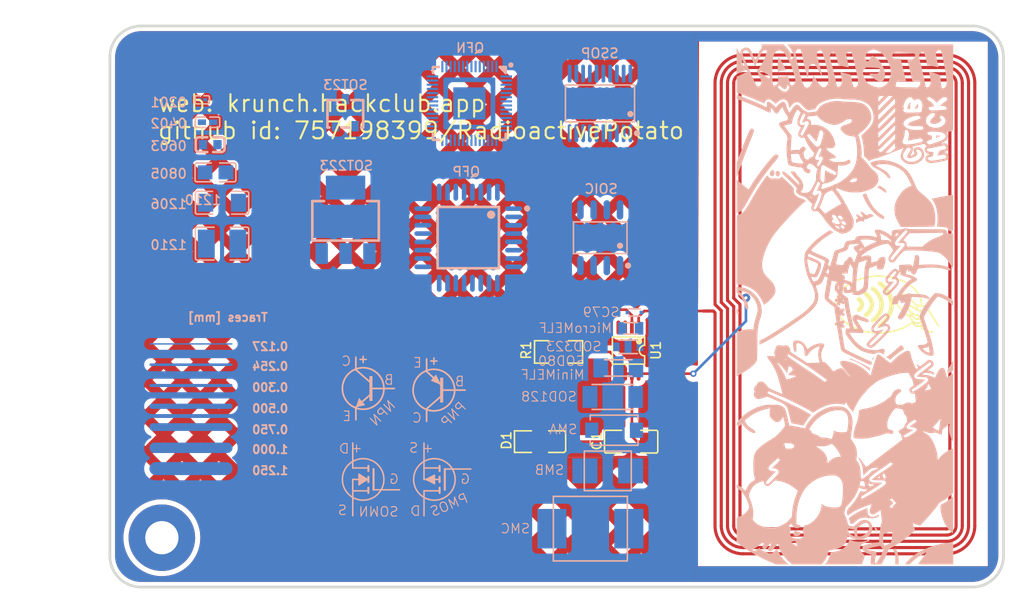
<source format=kicad_pcb>
(kicad_pcb (version 20241229) (generator "pcbnew") (generator_version "9.0")
  (layers (0 "F.Cu" signal "TopLayer") (2 "B.Cu" signal "BottomLayer") (13 "F.Paste" user "TopPasteMaskLayer") (15 "B.Paste" user "BottomPasteMaskLayer") (5 "F.SilkS" user "TopSilkLayer") (7 "B.SilkS" user "BottomSilkLayer") (1 "F.Mask" user "TopSolderMaskLayer") (3 "B.Mask" user "BottomSolderMaskLayer") (25 "Edge.Cuts" user "BoardOutLine"))
  (net 0 "")
  (net 1 "NFC_P$2")
  (net 2 "NFC_P$1")
  (net 3 "R1_1")
  (net 4 "U1_2")
  (net 5 "U1_6")
  (footprint "BackupProjects_krunchiekrunch_personal_0_20250719:Pad_gge145098" (layer "F.Cu") (at 117.8 122.6)
    (property "Reference" "Pad_gge145098" (hide yes))
    (property "Value" "Pad_gge145098" (hide yes))
  )
  (footprint "BackupProjects_krunchiekrunch_personal_0_20250719:Pad_gge145080" (layer "F.Cu") (at 117.8 112.6)
    (property "Reference" "Pad_gge145080" (hide yes))
    (property "Value" "Pad_gge145080" (hide yes))
  )
  (footprint "BackupProjects_krunchiekrunch_personal_0_20250719:LED1206-R-RD_GREEN" (layer "F.Cu") (at 151.4012 120.0052 180)
    (property "Reference" "D1")
    (property "Value" "XL-3216UGC" (hide yes))
  )
  (footprint "BackupProjects_krunchiekrunch_personal_0_20250719:Pad_gge145095" (layer "F.Cu") (at 117.8 120.6)
    (property "Reference" "Pad_gge145095" (hide yes))
    (property "Value" "Pad_gge145095" (hide yes))
  )
  (footprint "BackupProjects_krunchiekrunch_personal_0_20250719:TSSOP-8_L3.0-W3.0-P0.65-LS4.9-BL" (layer "F.Cu") (at 159.911 111.242 180)
    (property "Reference" "U1")
    (property "Value" "NT3H2111W0FTTJ" (hide yes))
  )
  (footprint "BackupProjects_krunchiekrunch_personal_0_20250719:Pad_gge145083" (layer "F.Cu") (at 117.8 110.6)
    (property "Reference" "Pad_gge145083" (hide yes))
    (property "Value" "Pad_gge145083" (hide yes))
  )
  (footprint "BackupProjects_krunchiekrunch_personal_0_20250719:Pad_gge145086" (layer "F.Cu") (at 117.8 114.6)
    (property "Reference" "Pad_gge145086" (hide yes))
    (property "Value" "Pad_gge145086" (hide yes))
  )
  (footprint "BackupProjects_krunchiekrunch_personal_0_20250719:C1206" (layer "F.Cu") (at 160.165 120.005)
    (property "Reference" "C1")
    (property "Value" "220nF" (hide yes))
  )
  (footprint "BackupProjects_krunchiekrunch_personal_0_20250719:Pad_gge145089" (layer "F.Cu") (at 117.8 116.6)
    (property "Reference" "Pad_gge145089" (hide yes))
    (property "Value" "Pad_gge145089" (hide yes))
  )
  (footprint "BackupProjects_krunchiekrunch_personal_0_20250719:R1206" (layer "F.Cu") (at 153.18 111.369)
    (property "Reference" "R1")
    (property "Value" "47Ω" (hide yes))
  )
  (footprint "BackupProjects_krunchiekrunch_personal_0_20250719:Pad_gge145092" (layer "F.Cu") (at 117.8 118.6)
    (property "Reference" "Pad_gge145092" (hide yes))
    (property "Value" "Pad_gge145092" (hide yes))
  )
  (footprint "MountingHole:MountingHole_3.2mm_M3_Pad_TopBottom" (layer "F.Cu") (at 115 129.25)
    (property "Reference" "REF**" (hide yes))
    (property "Value" "MountingHole_3.2mm_M3_Pad_TopBottom")
  )
  (footprint "BackupProjects_krunchiekrunch_personal_0_20250719:25X48MM_NFC_ANTENNA" (layer "F.Cu") (at 180.739 106.797 90)
    (property "Reference" "NFC" (hide yes))
    (property "Value" "25X48MM_NFC_ANTENNA" (hide yes))
  )
  (footprint "BackupProjects_krunchiekrunch_personal_0_20250719:C1210" (layer "B.Cu") (at 120.795 100.948 180)
    (property "Reference" "1210")
    (property "Value" "1210")
  )
  (footprint "Adafruit PCB Reference Ruler:NPN-SYMB" (layer "B.Cu") (at 134.3735 114.89 180)
    (property "Reference" "E$54" (hide yes))
    (property "Value" "" (hide yes))
  )
  (footprint "BackupProjects_krunchiekrunch_personal_0_20250719:TQFP-32_L7.0-W7.0-P0.80-LS9.0-TL" (layer "B.Cu") (at 144.49 100.38 180)
    (property "Reference" "QFP")
    (property "Value" "CY29350AI" (hide yes))
  )
  (footprint "BackupProjects_krunchiekrunch_personal_0_20250719:TSSOP-20_L6.5-W4.4-P0.65-LS6.4-BL" (layer "B.Cu") (at 157.167 87.454 180)
    (property "Reference" "SSOP")
    (property "Value" "SN74LVT244APWR" (hide yes))
  )
  (footprint "Adafruit PCB Reference Ruler:PMOS-SYMB" (layer "B.Cu") (at 141.23 123.64 180)
    (property "Reference" "E$51" (hide yes))
    (property "Value" "" (hide yes))
  )
  (footprint "Adafruit PCB Reference Ruler:SMB-DIODE" (layer "B.Cu") (at 157.9164 122.8174 180)
    (property "Reference" "E$44" (hide yes))
    (property "Value" "" (hide yes))
  )
  (footprint "LOGO" (layer "B.Cu") (at 180.739 106.797 90)
    (property "Reference" "G***")
    (property "Value" "LOGO" (hide yes))
  )
  (footprint "BackupProjects_krunchiekrunch_personal_0_20250719:SOIC-8_L4.9-W4.0-P1.27-LS6.0-BL" (layer "B.Cu") (at 157.19 100.38 180)
    (property "Reference" "SOIC")
    (property "Value" "CY15B064J-SXET_C2953071" (hide yes))
  )
  (footprint "Adafruit PCB Reference Ruler:SMA-DIODE" (layer "B.Cu") (at 158.526 118.9058)
    (property "Reference" "E$43" (hide yes))
    (property "Value" "" (hide yes))
  )
  (footprint "Adafruit PCB Reference Ruler:SOD80C" (layer "B.Cu") (at 158.9324 112.9114 180)
    (property "Reference" "E$49" (hide yes))
    (property "Value" "" (hide yes))
  )
  (footprint "BackupProjects_krunchiekrunch_personal_0_20250719:C0603" (layer "B.Cu") (at 119.652 91.423 180)
    (property "Reference" "0603")
    (property "Value" "0603_C9900021180" (hide yes))
  )
  (footprint "BackupProjects_krunchiekrunch_personal_0_20250719:LQFN-56_L7.0-W7.0-P0.4-EP" (layer "B.Cu") (at 144.594 87.454 180)
    (property "Reference" "QFN")
    (property "Value" "RP2040" (hide yes))
  )
  (footprint "Adafruit PCB Reference Ruler:NMOS-SYMB" (layer "B.Cu") (at 134.3735 123.64 180)
    (property "Reference" "E$50" (hide yes))
    (property "Value" "" (hide yes))
  )
  (footprint "Adafruit PCB Reference Ruler:SC79_INFINEON" (layer "B.Cu") (at 160.4818 107.5774 180)
    (property "Reference" "E$42" (hide yes))
    (property "Value" "" (hide yes))
  )
  (footprint "" (layer "B.Cu") (at 158.7222 110.8794 -90)
    (property "Reference" "")
    (property "Value" "")
  )
  (footprint "BackupProjects_krunchiekrunch_personal_0_20250719:C1206" (layer "B.Cu") (at 120.795 97.011 180)
    (property "Reference" "1206")
    (property "Value" "47UF50V-1206" (hide yes))
  )
  (footprint "Adafruit PCB Reference Ruler:PNP-SYMB" (layer "B.Cu") (at 141.18 115.044 180)
    (property "Reference" "E$59" (hide yes))
    (property "Value" "" (hide yes))
  )
  (footprint "Adafruit PCB Reference Ruler:SOD-323" (layer "B.Cu") (at 159.8722 110.8794)
    (property "Reference" "E$48" (hide yes))
    (property "Value" "" (hide yes))
  )
  (footprint "Adafruit PCB Reference Ruler:MICROMELF-R" (layer "B.Cu") (at 160.1262 109.1014 180)
    (property "Reference" "E$41" (hide yes))
    (property "Value" "" (hide yes))
  )
  (footprint "BackupProjects_krunchiekrunch_personal_0_20250719:PG-SOT23-3_L3.0-W2.2-P1.90-LS3.1-BL" (layer "B.Cu") (at 132.656 88.343 180)
    (property "Reference" "SOT23")
    (property "Value" "EW-632" (hide yes))
  )
  (footprint "" (layer "B.Cu") (at 156.199 115.7054 -90)
    (property "Reference" "")
    (property "Value" "")
  )
  (footprint "Adafruit PCB Reference Ruler:SMC" (layer "B.Cu") (at 156.24 128.38 180)
    (property "Reference" "E$45" (hide yes))
    (property "Value" "" (hide yes))
  )
  (footprint "BackupProjects_krunchiekrunch_personal_0_20250719:PG-SOT223-4_L6.5-W3.5-P2.30-LS7.0-BR" (layer "B.Cu") (at 132.679 98.729 -90)
    (property "Reference" "SOT223")
    (property "Value" "BD733L2FP3-CE2_C2981755" (hide yes))
  )
  (footprint "BackupProjects_krunchiekrunch_personal_0_20250719:C0201" (layer "B.Cu") (at 118.89 87.105 180)
    (property "Reference" "0201")
    (property "Value" "0201_C9900015864" (hide yes))
  )
  (footprint "BackupProjects_krunchiekrunch_personal_0_20250719:C0402" (layer "B.Cu") (at 119.398 89.264 180)
    (property "Reference" "0402")
    (property "Value" "12.5PF-C0402" (hide yes))
  )
  (footprint "Adafruit PCB Reference Ruler:SOD-128" (layer "B.Cu") (at 158.399 115.7054 180)
    (property "Reference" "E$47" (hide yes))
    (property "Value" "" (hide yes))
  )
  (footprint "" (layer "B.Cu") (at 160.9262 109.1014 -90)
    (property "Reference" "")
    (property "Value" "")
  )
  (footprint "" (layer "B.Cu") (at 157.2324 112.9114 -90)
    (property "Reference" "")
    (property "Value" "")
  )
  (footprint "BackupProjects_krunchiekrunch_personal_0_20250719:C0805" (layer "B.Cu") (at 120.16 94.09 180)
    (property "Reference" "0805")
    (property "Value" "0805_C9900012713" (hide yes))
  )
  (gr_poly (pts (xy 183.3825 105.0758) (xy 183.3758 105.078) (xy 183.3647 105.0826) (xy 183.3536 105.0872) (xy 183.3343 105.0967) (xy 183.315 105.1062) (xy 183.2877 105.1336) (xy 183.2603 105.1609) (xy 183.2506 105.1802) (xy 183.241 105.1995) (xy 183.2345 105.215) (xy 183.2281 105.2306) (xy 183.2254 105.2582) (xy 183.2227 105.2858) (xy 183.2271 105.3204) (xy 183.2315 105.355) (xy 183.2359 105.3565) (xy 183.2403 105.3579) (xy 183.2403 105.3656) (xy 183.2403 105.3733) (xy 183.2594 105.4019) (xy 183.2785 105.4305) (xy 183.3138 105.4588) (xy 183.3491 105.487) (xy 183.358 105.4943) (xy 183.3669 105.5016) (xy 183.389 105.5194) (xy 183.4111 105.5371) (xy 183.4242 105.5482) (xy 183.4373 105.5593) (xy 183.4665 105.5859) (xy 183.4958 105.6125) (xy 183.5492 105.6659) (xy 183.6027 105.7193) (xy 183.6336 105.7544) (xy 183.6646 105.7895) (xy 183.6718 105.7972) (xy 183.6791 105.8048) (xy 183.7024 105.8354) (xy 183.7256 105.8659) (xy 183.7295 105.8674) (xy 183.7334 105.8688) (xy 183.7334 105.8727) (xy 183.7334 105.8766) (xy 183.7556 105.9068) (xy 183.7777 105.937) (xy 183.7812 105.9414) (xy 183.7848 105.9458) (xy 183.7956 105.9636) (xy 183.8063 105.9814) (xy 183.8099 105.9829) (xy 183.8134 105.9843) (xy 183.8134 105.9882) (xy 183.8134 105.992) (xy 183.8267 106.0118) (xy 183.84 106.0315) (xy 183.84 106.0361) (xy 183.84 106.0407) (xy 183.8456 106.0468) (xy 183.8511 106.0528) (xy 183.8564 106.0615) (xy 183.8617 106.0702) (xy 183.8741 106.0947) (xy 183.8866 106.1191) (xy 183.8896 106.1214) (xy 183.8927 106.1236) (xy 183.8957 106.1358) (xy 183.8987 106.148) (xy 183.9024 106.148) (xy 183.906 106.148) (xy 183.9089 106.1613) (xy 183.9118 106.1746) (xy 183.9159 106.1746) (xy 183.92 106.1746) (xy 183.92 106.1817) (xy 183.92 106.1888) (xy 183.926 106.2006) (xy 183.932 106.2124) (xy 183.9392 106.2279) (xy 183.9463 106.2435) (xy 183.9492 106.2557) (xy 183.9521 106.2679) (xy 183.956 106.2679) (xy 183.96 106.2679) (xy 183.96 106.2757) (xy 183.96 106.2835) (xy 183.9667 106.2962) (xy 183.9733 106.3089) (xy 183.9733 106.3162) (xy 183.9734 106.3234) (xy 183.9796 106.3354) (xy 183.9858 106.3473) (xy 183.989 106.3619) (xy 183.9922 106.3765) (xy 183.9958 106.3833) (xy 183.9994 106.3901) (xy 184.0044 106.4101) (xy 184.0095 106.4301) (xy 184.0136 106.4501) (xy 184.0178 106.4701) (xy 184.0208 106.4767) (xy 184.0238 106.4834) (xy 184.0298 106.5145) (xy 184.0358 106.5456) (xy 184.0423 106.5878) (xy 184.0489 106.63) (xy 184.0531 106.6744) (xy 184.0572 106.7188) (xy 184.0573 106.8121) (xy 184.0573 106.9054) (xy 184.0533 106.9476) (xy 184.0492 106.9898) (xy 184.0425 107.032) (xy 184.0357 107.0742) (xy 184.029 107.1053) (xy 184.0224 107.1364) (xy 184.0167 107.1631) (xy 184.0111 107.1897) (xy 184.0083 107.1942) (xy 184.0055 107.1986) (xy 184.0025 107.2141) (xy 183.9995 107.2297) (xy 183.9955 107.2386) (xy 183.9915 107.2475) (xy 183.9872 107.263) (xy 183.9829 107.2786) (xy 183.9774 107.2941) (xy 183.9719 107.3097) (xy 183.9659 107.3237) (xy 183.96 107.3377) (xy 183.96 107.3422) (xy 183.96 107.3467) (xy 183.9537 107.3593) (xy 183.9474 107.3719) (xy 183.9407 107.3874) (xy 183.9339 107.403) (xy 183.9203 107.4322) (xy 183.9067 107.4614) (xy 183.9067 107.4661) (xy 183.9067 107.4707) (xy 183.9 107.4763) (xy 183.8934 107.4818) (xy 183.8934 107.4901) (xy 183.8934 107.4985) (xy 183.8898 107.4985) (xy 183.8863 107.4985) (xy 183.8741 107.524) (xy 183.8618 107.5496) (xy 183.8532 107.5629) (xy 183.8446 107.5762) (xy 183.8406 107.5851) (xy 183.8365 107.594) (xy 183.8249 107.6108) (xy 183.8134 107.6277) (xy 183.8134 107.6316) (xy 183.8134 107.6355) (xy 183.8099 107.6369) (xy 183.8063 107.6384) (xy 183.7956 107.6562) (xy 183.7848 107.674) (xy 183.7812 107.6784) (xy 183.7777 107.6828) (xy 183.7556 107.713) (xy 183.7334 107.7432) (xy 183.7334 107.7471) (xy 183.7334 107.751) (xy 183.7295 107.7524) (xy 183.7256 107.7539) (xy 183.7035 107.7828) (xy 183.6814 107.8117) (xy 183.6685 107.8266) (xy 183.6557 107.8416) (xy 183.6424 107.8562) (xy 183.629 107.8707) (xy 183.589 107.9142) (xy 183.5491 107.9577) (xy 183.5319 107.9735) (xy 183.5148 107.9894) (xy 183.503 108) (xy 183.4913 108.0106) (xy 183.4643 108.0355) (xy 183.4373 108.0605) (xy 183.4242 108.0716) (xy 183.4111 108.0826) (xy 183.389 108.1003) (xy 183.3669 108.1179) (xy 183.3647 108.1204) (xy 183.3625 108.1229) (xy 183.3241 108.1526) (xy 183.2857 108.1823) (xy 183.2725 108.1991) (xy 183.2594 108.2159) (xy 183.2501 108.2337) (xy 183.2408 108.2515) (xy 183.2334 108.2688) (xy 183.226 108.2861) (xy 183.226 108.3359) (xy 183.226 108.3857) (xy 183.2335 108.403) (xy 183.241 108.4203) (xy 183.2506 108.4396) (xy 183.2603 108.4589) (xy 183.2877 108.4862) (xy 183.315 108.5136) (xy 183.3343 108.5231) (xy 183.3536 108.5326) (xy 183.3665 108.5387) (xy 183.3794 108.5447) (xy 183.438 108.5447) (xy 183.4966 108.5447) (xy 183.5095 108.5387) (xy 183.5224 108.5326) (xy 183.5408 108.5234) (xy 183.5593 108.5142) (xy 183.5742 108.5017) (xy 183.589 108.4892) (xy 183.5935 108.4856) (xy 183.598 108.4819) (xy 183.6053 108.4777) (xy 183.6125 108.4736) (xy 183.6313 108.458) (xy 183.6502 108.4425) (xy 183.6576 108.4358) (xy 183.6649 108.4292) (xy 183.6868 108.4115) (xy 183.7086 108.3937) (xy 183.7206 108.3826) (xy 183.7325 108.3714) (xy 183.7603 108.347) (xy 183.788 108.3226) (xy 183.8463 108.2648) (xy 183.9046 108.2071) (xy 183.94 108.1675) (xy 183.9755 108.128) (xy 183.9822 108.1209) (xy 183.9889 108.1137) (xy 184.0066 108.0915) (xy 184.0244 108.0693) (xy 184.0266 108.0671) (xy 184.0288 108.0649) (xy 184.0455 108.0441) (xy 184.0622 108.0234) (xy 184.0622 108.019) (xy 184.0622 108.0146) (xy 184.0661 108.0131) (xy 184.07 108.0116) (xy 184.0861 107.9904) (xy 184.1022 107.9693) (xy 184.1022 107.9668) (xy 184.1022 107.9643) (xy 184.1089 107.9576) (xy 184.1156 107.9508) (xy 184.1539 107.8924) (xy 184.1921 107.8339) (xy 184.2004 107.8218) (xy 184.2088 107.8098) (xy 184.2088 107.8076) (xy 184.2088 107.8053) (xy 184.2287 107.7724) (xy 184.2488 107.7395) (xy 184.2488 107.7348) (xy 184.2488 107.7302) (xy 184.2522 107.7288) (xy 184.2557 107.7273) (xy 184.2861 107.6651) (xy 184.3165 107.6029) (xy 184.3233 107.5873) (xy 184.3302 107.5718) (xy 184.3357 107.5584) (xy 184.3411 107.5451) (xy 184.3458 107.534) (xy 184.3505 107.5229) (xy 184.3601 107.4985) (xy 184.3698 107.474) (xy 184.3759 107.46) (xy 184.382 107.446) (xy 184.382 107.4394) (xy 184.382 107.4329) (xy 184.3887 107.4201) (xy 184.3953 107.4074) (xy 184.3953 107.3983) (xy 184.3953 107.3892) (xy 184.3995 107.385) (xy 184.4037 107.3807) (xy 184.4082 107.363) (xy 184.4127 107.3452) (xy 184.42 107.3186) (xy 184.4273 107.2919) (xy 184.4332 107.2675) (xy 184.4391 107.243) (xy 184.4439 107.2275) (xy 184.4487 107.212) (xy 184.4487 107.1984) (xy 184.4487 107.1848) (xy 184.4528 107.1806) (xy 184.4569 107.1764) (xy 184.4616 107.1431) (xy 184.4663 107.1098) (xy 184.4709 107.072) (xy 184.4756 107.0342) (xy 184.481 107.0031) (xy 184.4864 106.972) (xy 184.4864 106.8099) (xy 184.4864 106.6478) (xy 184.481 106.6166) (xy 184.4756 106.5855) (xy 184.4713 106.55) (xy 184.467 106.5145) (xy 184.4604 106.4789) (xy 184.4538 106.4434) (xy 184.4471 106.4123) (xy 184.4404 106.3812) (xy 184.4352 106.3568) (xy 184.4301 106.3323) (xy 184.4266 106.3279) (xy 184.4231 106.3234) (xy 184.4201 106.3024) (xy 184.4171 106.2815) (xy 184.4134 106.2792) (xy 184.4097 106.2769) (xy 184.4067 106.257) (xy 184.4037 106.237) (xy 184.3995 106.2344) (xy 184.3953 106.2319) (xy 184.3953 106.2221) (xy 184.3953 106.2124) (xy 184.3887 106.1997) (xy 184.382 106.1869) (xy 184.382 106.1803) (xy 184.382 106.1737) (xy 184.3759 106.1597) (xy 184.3698 106.1457) (xy 184.3601 106.1213) (xy 184.3505 106.0969) (xy 184.3458 106.0858) (xy 184.3411 106.0747) (xy 184.3357 106.0613) (xy 184.3302 106.048) (xy 184.3233 106.0325) (xy 184.3165 106.0169) (xy 184.2861 105.9547) (xy 184.2557 105.8925) (xy 184.2522 105.891) (xy 184.2488 105.8896) (xy 184.2488 105.8849) (xy 184.2488 105.8803) (xy 184.2287 105.8474) (xy 184.2088 105.8145) (xy 184.2088 105.8122) (xy 184.2088 105.81) (xy 184.1988 105.7957) (xy 184.1888 105.7815) (xy 184.1866 105.7793) (xy 184.1843 105.777) (xy 184.1755 105.7596) (xy 184.1666 105.7421) (xy 184.1621 105.7374) (xy 184.1577 105.7326) (xy 184.1332 105.696) (xy 184.1088 105.6594) (xy 184.1055 105.6593) (xy 184.1022 105.6593) (xy 184.1022 105.6548) (xy 184.1022 105.6503) (xy 184.073 105.6121) (xy 184.0439 105.574) (xy 184.0386 105.5675) (xy 184.0333 105.5611) (xy 184.0211 105.5478) (xy 184.0089 105.5346) (xy 184.0087 105.5314) (xy 184.0086 105.5282) (xy 183.9863 105.5038) (xy 183.964 105.4794) (xy 183.9343 105.4461) (xy 183.9046 105.4127) (xy 183.8531 105.3616) (xy 183.8015 105.3106) (xy 183.7828 105.2936) (xy 183.7642 105.2766) (xy 183.7229 105.2403) (xy 183.6817 105.2039) (xy 183.6709 105.1951) (xy 183.6601 105.1862) (xy 183.629 105.1618) (xy 183.5979 105.1374) (xy 183.5935 105.1339) (xy 183.589 105.1305) (xy 183.5779 105.1212) (xy 183.5668 105.1118) (xy 183.5505 105.1014) (xy 183.5342 105.091) (xy 183.5085 105.0819) (xy 183.4827 105.0729) (xy 183.4359 105.0732) (xy 183.3891 105.0736)) (fill yes) (layer "F.SilkS"))
  (gr_poly (pts (xy 184.0199 103.9992) (xy 184.2243 104.0011) (xy 184.3287 104.006) (xy 184.4331 104.0108) (xy 184.4731 104.0153) (xy 184.5131 104.0199) (xy 184.5708 104.0247) (xy 184.6286 104.0295) (xy 184.6752 104.0335) (xy 184.7219 104.0374) (xy 184.7441 104.0418) (xy 184.7663 104.0462) (xy 184.8107 104.0513) (xy 184.8551 104.0564) (xy 184.8973 104.0624) (xy 184.9396 104.0684) (xy 184.9818 104.0752) (xy 185.024 104.082) (xy 185.0617 104.0889) (xy 185.0995 104.0957) (xy 185.1306 104.1002) (xy 185.1617 104.1046) (xy 185.1683 104.1076) (xy 185.175 104.1105) (xy 185.2061 104.116) (xy 185.2372 104.1215) (xy 185.2683 104.1284) (xy 185.2994 104.1352) (xy 185.3261 104.1401) (xy 185.3527 104.145) (xy 185.3616 104.1489) (xy 185.3705 104.1528) (xy 185.3903 104.1558) (xy 185.4101 104.1588) (xy 185.417 104.1623) (xy 185.4238 104.1657) (xy 185.4482 104.1707) (xy 185.4727 104.1757) (xy 185.4926 104.1801) (xy 185.5126 104.1844) (xy 185.5193 104.1874) (xy 185.5259 104.1904) (xy 185.5482 104.1958) (xy 185.5704 104.2013) (xy 185.5948 104.208) (xy 185.6192 104.2146) (xy 185.6437 104.2219) (xy 185.6681 104.2292) (xy 185.6881 104.234) (xy 185.7081 104.2387) (xy 185.7125 104.2421) (xy 185.717 104.2454) (xy 185.7342 104.2485) (xy 185.7514 104.2516) (xy 185.7586 104.2553) (xy 185.7659 104.259) (xy 185.7992 104.2686) (xy 185.8325 104.2783) (xy 185.8393 104.2819) (xy 185.8461 104.2855) (xy 185.8615 104.2888) (xy 185.8769 104.2921) (xy 185.8813 104.2951) (xy 185.8858 104.2982) (xy 185.9191 104.3086) (xy 185.9524 104.319) (xy 185.9567 104.3228) (xy 185.9609 104.3265) (xy 185.9702 104.3265) (xy 185.9796 104.3265) (xy 185.9882 104.3331) (xy 185.9969 104.3396) (xy 186.0058 104.3398) (xy 186.0146 104.3399) (xy 186.0266 104.3462) (xy 186.0385 104.3524) (xy 186.052 104.3554) (xy 186.0656 104.3583) (xy 186.0681 104.3624) (xy 186.0707 104.3666) (xy 186.0773 104.3666) (xy 186.084 104.3666) (xy 186.1048 104.3756) (xy 186.1257 104.3846) (xy 186.1334 104.3889) (xy 186.1411 104.3932) (xy 186.1459 104.3932) (xy 186.1506 104.3932) (xy 186.1715 104.4023) (xy 186.1923 104.4115) (xy 186.2034 104.4161) (xy 186.2145 104.4208) (xy 186.2279 104.4262) (xy 186.2412 104.4317) (xy 186.259 104.4395) (xy 186.2767 104.4474) (xy 186.2901 104.453) (xy 186.3034 104.4586) (xy 186.3239 104.4681) (xy 186.3443 104.4776) (xy 186.3494 104.4776) (xy 186.3545 104.4776) (xy 186.3545 104.482) (xy 186.3545 104.4865) (xy 186.3616 104.4865) (xy 186.3686 104.4865) (xy 186.3805 104.4927) (xy 186.3922 104.4989) (xy 186.4966 104.5506) (xy 186.601 104.6023) (xy 186.6366 104.6223) (xy 186.6721 104.6423) (xy 186.6843 104.647) (xy 186.6965 104.6517) (xy 186.6965 104.6557) (xy 186.6965 104.6597) (xy 186.7015 104.6597) (xy 186.7065 104.6597) (xy 186.7386 104.6792) (xy 186.7707 104.6987) (xy 186.7803 104.7017) (xy 186.7898 104.7048) (xy 186.7898 104.7089) (xy 186.7898 104.7131) (xy 186.795 104.7131) (xy 186.8002 104.7131) (xy 186.8073 104.7192) (xy 186.8143 104.7254) (xy 186.8298 104.7339) (xy 186.8454 104.7425) (xy 186.8617 104.7524) (xy 186.878 104.7624) (xy 186.915 104.7863) (xy 186.952 104.8103) (xy 186.9565 104.8139) (xy 186.961 104.8175) (xy 186.9876 104.8352) (xy 187.0142 104.853) (xy 187.0157 104.8563) (xy 187.0171 104.8596) (xy 187.0214 104.8596) (xy 187.0256 104.8596) (xy 187.0398 104.8697) (xy 187.0539 104.8796) (xy 187.059 104.8841) (xy 187.0642 104.8885) (xy 187.0741 104.8952) (xy 187.0841 104.9019) (xy 187.1047 104.9172) (xy 187.1252 104.9325) (xy 187.1267 104.9361) (xy 187.1282 104.9396) (xy 187.1334 104.9397) (xy 187.1386 104.9398) (xy 187.1563 104.9553) (xy 187.1741 104.9707) (xy 187.1785 104.9741) (xy 187.183 104.9775) (xy 187.1963 104.9876) (xy 187.2096 104.9976) (xy 187.2225 105.0075) (xy 187.2354 105.0174) (xy 187.2427 105.024) (xy 187.25 105.0307) (xy 187.272 105.0484) (xy 187.2941 105.066) (xy 187.299 105.0706) (xy 187.304 105.0751) (xy 187.3322 105.0995) (xy 187.3603 105.124) (xy 187.3872 105.1483) (xy 187.414 105.1726) (xy 187.4962 105.2549) (xy 187.5784 105.3372) (xy 187.6037 105.3661) (xy 187.629 105.395) (xy 187.6384 105.4061) (xy 187.6479 105.4172) (xy 187.6576 105.4283) (xy 187.6673 105.4394) (xy 187.685 105.4616) (xy 187.7028 105.4838) (xy 187.705 105.486) (xy 187.7072 105.4883) (xy 187.7239 105.509) (xy 187.7405 105.5297) (xy 187.7405 105.5342) (xy 187.7405 105.5386) (xy 187.7445 105.5401) (xy 187.7484 105.5416) (xy 187.7653 105.5638) (xy 187.7823 105.586) (xy 187.8327 105.6606) (xy 187.8831 105.7353) (xy 187.8859 105.7428) (xy 187.8887 105.7504) (xy 187.8915 105.7526) (xy 187.8943 105.7548) (xy 187.9099 105.7815) (xy 187.9254 105.8081) (xy 187.934 105.8258) (xy 187.9427 105.8434) (xy 187.9462 105.848) (xy 187.9497 105.8526) (xy 187.9606 105.8725) (xy 187.9714 105.8925) (xy 187.9889 105.9281) (xy 188.0063 105.9636) (xy 188.0204 105.9947) (xy 188.0345 106.0258) (xy 188.0383 106.0347) (xy 188.0421 106.0436) (xy 188.0518 106.068) (xy 188.0615 106.0924) (xy 188.0676 106.1064) (xy 188.0737 106.1204) (xy 188.0737 106.1248) (xy 188.0737 106.1292) (xy 188.0804 106.1419) (xy 188.087 106.1546) (xy 188.087 106.1622) (xy 188.087 106.1696) (xy 188.091 106.1721) (xy 188.0949 106.1745) (xy 188.098 106.1907) (xy 188.101 106.2068) (xy 188.1047 106.214) (xy 188.1085 106.2213) (xy 188.1178 106.2504) (xy 188.127 106.2797) (xy 188.127 106.2884) (xy 188.127 106.2972) (xy 188.1311 106.3014) (xy 188.1352 106.3057) (xy 188.1398 106.3279) (xy 188.1445 106.3501) (xy 188.151 106.379) (xy 188.1576 106.4079) (xy 188.1622 106.4256) (xy 188.1668 106.4434) (xy 188.1669 106.4598) (xy 188.167 106.4762) (xy 188.1711 106.4787) (xy 188.1751 106.4812) (xy 188.1779 106.5156) (xy 188.1807 106.55) (xy 188.185 106.5686) (xy 188.1892 106.5872) (xy 188.1941 106.6597) (xy 188.1991 106.7322) (xy 188.2019 106.7854) (xy 188.2048 106.8386) (xy 188.2159 106.8417) (xy 188.227 106.8449) (xy 188.2581 106.8493) (xy 188.2892 106.8537) (xy 188.3158 106.8587) (xy 188.3425 106.8637) (xy 188.3467 106.8679) (xy 188.3509 106.8721) (xy 188.3593 106.8721) (xy 188.3678 106.8721) (xy 188.384 106.8791) (xy 188.4002 106.8862) (xy 188.4185 106.8947) (xy 188.4367 106.9032) (xy 188.4414 106.9032) (xy 188.4461 106.9032) (xy 188.4476 106.9065) (xy 188.4491 106.9099) (xy 188.4657 106.9183) (xy 188.4823 106.9267) (xy 188.5123 106.9482) (xy 188.5424 106.9696) (xy 188.5535 106.9789) (xy 188.5646 106.9882) (xy 188.589 107.0089) (xy 188.6135 107.0296) (xy 188.6579 107.0744) (xy 188.7023 107.1192) (xy 188.7179 107.1367) (xy 188.7335 107.1542) (xy 188.7601 107.1857) (xy 188.7867 107.2173) (xy 188.7941 107.2264) (xy 188.8014 107.2355) (xy 188.8252 107.2659) (xy 188.8489 107.2963) (xy 188.8523 107.3008) (xy 188.8557 107.3052) (xy 188.8646 107.3159) (xy 188.8733 107.3266) (xy 188.8734 107.3292) (xy 188.8735 107.3319) (xy 188.8856 107.3459) (xy 188.8978 107.3598) (xy 188.9034 107.3681) (xy 188.909 107.3763) (xy 188.9311 107.4074) (xy 188.9532 107.4385) (xy 188.9588 107.4468) (xy 188.9644 107.4551) (xy 188.9722 107.4653) (xy 188.98 107.4754) (xy 188.98 107.4783) (xy 188.98 107.4811) (xy 188.9855 107.4877) (xy 188.9911 107.4943) (xy 188.9957 107.4997) (xy 189.0003 107.5051) (xy 189.0111 107.5229) (xy 189.0219 107.5407) (xy 189.0276 107.5466) (xy 189.0333 107.5524) (xy 189.0333 107.5584) (xy 189.0333 107.5644) (xy 189.0366 107.5659) (xy 189.0399 107.5673) (xy 189.0499 107.5816) (xy 189.0599 107.5959) (xy 189.0599 107.6001) (xy 189.0599 107.6043) (xy 189.0633 107.6058) (xy 189.0666 107.6073) (xy 189.0766 107.6216) (xy 189.0866 107.6358) (xy 189.0866 107.6401) (xy 189.0866 107.6443) (xy 189.0903 107.6458) (xy 189.094 107.6473) (xy 189.1127 107.6784) (xy 189.1315 107.7095) (xy 189.1368 107.7182) (xy 189.1421 107.7269) (xy 189.1477 107.7329) (xy 189.1532 107.739) (xy 189.1532 107.745) (xy 189.1532 107.751) (xy 189.1569 107.7524) (xy 189.1606 107.7539) (xy 189.186 107.7961) (xy 189.2115 107.8383) (xy 189.2168 107.8472) (xy 189.2221 107.8561) (xy 189.2343 107.8752) (xy 189.2465 107.8943) (xy 189.2465 107.8985) (xy 189.2465 107.9027) (xy 189.2507 107.9027) (xy 189.2548 107.9027) (xy 189.2579 107.9127) (xy 189.261 107.9227) (xy 189.2737 107.9403) (xy 189.2865 107.9578) (xy 189.2865 107.9636) (xy 189.2865 107.9694) (xy 189.2909 107.9694) (xy 189.2952 107.9694) (xy 189.298 107.9805) (xy 189.3008 107.9916) (xy 189.3038 107.9916) (xy 189.3068 107.9916) (xy 189.312 108.0038) (xy 189.3173 108.016) (xy 189.323 108.0247) (xy 189.3287 108.0334) (xy 189.3342 108.0395) (xy 189.3398 108.0455) (xy 189.3398 108.0498) (xy 189.3398 108.0539) (xy 189.3519 108.0727) (xy 189.3641 108.0915) (xy 189.3695 108.1004) (xy 189.375 108.1093) (xy 189.3783 108.116) (xy 189.3815 108.1226) (xy 189.4273 108.1988) (xy 189.4731 108.275) (xy 189.4731 108.2799) (xy 189.4731 108.2848) (xy 189.4765 108.2848) (xy 189.4799 108.2848) (xy 189.4909 108.3058) (xy 189.502 108.3268) (xy 189.5075 108.3328) (xy 189.5131 108.3387) (xy 189.5131 108.3451) (xy 189.5131 108.3514) (xy 189.5171 108.3514) (xy 189.5211 108.3514) (xy 189.5259 108.3637) (xy 189.5307 108.3759) (xy 189.5363 108.3846) (xy 189.5419 108.3933) (xy 189.5475 108.3993) (xy 189.553 108.4054) (xy 189.553 108.4114) (xy 189.553 108.4173) (xy 189.5566 108.4188) (xy 189.5602 108.4203) (xy 189.5766 108.4475) (xy 189.593 108.4747) (xy 189.593 108.4794) (xy 189.593 108.484) (xy 189.5966 108.4854) (xy 189.6002 108.4869) (xy 189.6242 108.5269) (xy 189.6481 108.5669) (xy 189.6539 108.5728) (xy 189.6597 108.5786) (xy 189.6597 108.583) (xy 189.6597 108.5872) (xy 189.6644 108.5926) (xy 189.6691 108.598) (xy 189.6975 108.6424) (xy 189.7259 108.6868) (xy 189.745 108.715) (xy 189.7641 108.7431) (xy 189.7685 108.7484) (xy 189.773 108.7537) (xy 189.7829 108.7678) (xy 189.7929 108.782) (xy 189.7929 108.7862) (xy 189.7929 108.7905) (xy 189.7985 108.7924) (xy 189.804 108.7942) (xy 189.804 108.8316) (xy 189.804 108.869) (xy 189.7907 108.8838) (xy 189.7774 108.8987) (xy 189.7599 108.9072) (xy 189.7424 108.9156) (xy 189.7261 108.9156) (xy 189.7099 108.9156) (xy 189.6948 108.9081) (xy 189.6797 108.9006) (xy 189.666 108.887) (xy 189.6524 108.8734) (xy 189.6375 108.8512) (xy 189.6227 108.829) (xy 189.5866 108.7757) (xy 189.5506 108.7224) (xy 189.5331 108.6935) (xy 189.5157 108.6646) (xy 189.5099 108.6587) (xy 189.5042 108.6529) (xy 189.5042 108.6469) (xy 189.5042 108.6409) (xy 189.5005 108.6394) (xy 189.4968 108.638) (xy 189.4714 108.5958) (xy 189.4459 108.5536) (xy 189.4406 108.5447) (xy 189.4353 108.5358) (xy 189.424 108.518) (xy 189.4127 108.5003) (xy 189.4095 108.4936) (xy 189.4064 108.4869) (xy 189.3976 108.4736) (xy 189.3888 108.4603) (xy 189.3847 108.4514) (xy 189.3807 108.4425) (xy 189.3691 108.4257) (xy 189.3576 108.4088) (xy 189.3576 108.407) (xy 189.3576 108.4052) (xy 189.3309 108.361) (xy 189.3043 108.3169) (xy 189.3043 108.3123) (xy 189.3043 108.3077) (xy 189.3007 108.3063) (xy 189.2971 108.3048) (xy 189.2807 108.2775) (xy 189.2643 108.2503) (xy 189.2643 108.2453) (xy 189.2643 108.2404) (xy 189.2609 108.2404) (xy 189.2574 108.2404) (xy 189.2464 108.2194) (xy 189.2354 108.1983) (xy 189.2299 108.1924) (xy 189.2243 108.1864) (xy 189.2243 108.1801) (xy 189.2243 108.1737) (xy 189.2203 108.1737) (xy 189.2163 108.1737) (xy 189.2115 108.1615) (xy 189.2067 108.1493) (xy 189.201 108.1406) (xy 189.1954 108.1319) (xy 189.1899 108.1259) (xy 189.1843 108.1198) (xy 189.1843 108.1152) (xy 189.1843 108.1106) (xy 189.171 108.0909) (xy 189.1577 108.0711) (xy 189.1577 108.0669) (xy 189.1577 108.0627) (xy 189.1535 108.0627) (xy 189.1494 108.0627) (xy 189.1463 108.0527) (xy 189.1432 108.0427) (xy 189.1305 108.0236) (xy 189.1177 108.0045) (xy 189.1177 108.0003) (xy 189.1177 107.996) (xy 189.1137 107.996) (xy 189.1097 107.996) (xy 189.1048 107.9838) (xy 189.0999 107.9716) (xy 189.091 107.9583) (xy 189.0821 107.9449) (xy 189.0794 107.9372) (xy 189.0767 107.9294) (xy 189.073 107.9294) (xy 189.0694 107.9294) (xy 189.0663 107.9194) (xy 189.0632 107.9094) (xy 189.0602 107.9072) (xy 189.0571 107.905) (xy 189.0332 107.865) (xy 189.0093 107.825) (xy 189.0035 107.8191) (xy 188.9977 107.8133) (xy 188.9977 107.8093) (xy 188.9977 107.8053) (xy 188.9848 107.7863) (xy 188.9718 107.7672) (xy 188.9448 107.725) (xy 188.9178 107.6828) (xy 188.9133 107.6762) (xy 188.9088 107.6695) (xy 188.8933 107.6458) (xy 188.8778 107.6221) (xy 188.8778 107.6201) (xy 188.8778 107.6181) (xy 188.8722 107.6114) (xy 188.8667 107.6048) (xy 188.8622 107.5994) (xy 188.8577 107.594) (xy 188.8292 107.5518) (xy 188.8008 107.5096) (xy 188.7915 107.4964) (xy 188.7823 107.4832) (xy 188.7778 107.478) (xy 188.7734 107.4729) (xy 188.7667 107.463) (xy 188.7601 107.453) (xy 188.7448 107.4324) (xy 188.7295 107.4118) (xy 188.727 107.4096) (xy 188.7245 107.4074) (xy 188.7125 107.3896) (xy 188.7004 107.3719) (xy 188.6826 107.3519) (xy 188.6648 107.3319) (xy 188.6647 107.3285) (xy 188.6646 107.3252) (xy 188.6568 107.3172) (xy 188.649 107.3091) (xy 188.6246 107.2809) (xy 188.6001 107.2528) (xy 188.5868 107.2373) (xy 188.5735 107.2219) (xy 188.5418 107.1903) (xy 188.5102 107.1586) (xy 188.4885 107.1402) (xy 188.4669 107.1218) (xy 188.4558 107.1125) (xy 188.4447 107.1033) (xy 188.4402 107.0997) (xy 188.4358 107.0962) (xy 188.4047 107.0763) (xy 188.3736 107.0563) (xy 188.358 107.0489) (xy 188.3425 107.0416) (xy 188.3269 107.0349) (xy 188.3114 107.0282) (xy 188.2914 107.0252) (xy 188.2714 107.0221) (xy 188.267 107.0193) (xy 188.2625 107.0165) (xy 188.2225 107.0109) (xy 188.1826 107.0053) (xy 188.1137 106.9988) (xy 188.0448 106.9924) (xy 187.9604 106.9877) (xy 187.876 106.9831) (xy 187.849 106.9787) (xy 187.822 106.9743) (xy 187.8056 106.9743) (xy 187.7892 106.9743) (xy 187.7911 106.9843) (xy 187.7931 106.9943) (xy 187.7983 107.0187) (xy 187.8036 107.0432) (xy 187.8014 107.0698) (xy 187.7991 107.0964) (xy 187.7946 107.1193) (xy 187.7901 107.1421) (xy 187.7858 107.1504) (xy 187.7815 107.1586) (xy 187.7768 107.1697) (xy 187.7722 107.1808) (xy 187.7604 107.2) (xy 187.7486 107.2192) (xy 187.7579 107.2216) (xy 187.7672 107.2241) (xy 187.7672 107.2277) (xy 187.7672 107.2312) (xy 187.7805 107.2341) (xy 187.7938 107.2371) (xy 187.7938 107.2407) (xy 187.7938 107.2443) (xy 187.806 107.2473) (xy 187.8182 107.2504) (xy 187.8204 107.2534) (xy 187.8227 107.2564) (xy 187.8982 107.2938) (xy 187.9737 107.3313) (xy 187.976 107.3343) (xy 187.9782 107.3373) (xy 187.9893 107.3408) (xy 188.0004 107.3442) (xy 188.0026 107.3469) (xy 188.0049 107.3497) (xy 188.0848 107.3899) (xy 188.1648 107.4302) (xy 188.2514 107.4743) (xy 188.338 107.5184) (xy 188.3402 107.5207) (xy 188.3425 107.5229) (xy 188.363 107.5329) (xy 188.3834 107.5429) (xy 188.3881 107.5429) (xy 188.3928 107.5429) (xy 188.3943 107.5462) (xy 188.3958 107.5496) (xy 188.4657 107.5845) (xy 188.5357 107.6193) (xy 188.5469 107.6281) (xy 188.5581 107.637) (xy 188.5669 107.6552) (xy 188.5757 107.6734) (xy 188.5757 107.6898) (xy 188.5757 107.7062) (xy 188.5691 107.7212) (xy 188.5625 107.7361) (xy 188.5542 107.7459) (xy 188.5458 107.7557) (xy 188.5272 107.7654) (xy 188.5085 107.7751) (xy 188.4855 107.7726) (xy 188.4624 107.7701) (xy 188.4469 107.7624) (xy 188.4313 107.7546) (xy 188.4291 107.752) (xy 188.4269 107.7495) (xy 188.3336 107.7026) (xy 188.2403 107.6557) (xy 188.1292 107.5987) (xy 188.0182 107.5416) (xy 187.9382 107.5014) (xy 187.8583 107.4614) (xy 187.856 107.4588) (xy 187.8538 107.4563) (xy 187.8333 107.4463) (xy 187.8129 107.4363) (xy 187.8082 107.4363) (xy 187.8035 107.4363) (xy 187.802 107.4329) (xy 187.8005 107.4296) (xy 187.7339 107.3959) (xy 187.6672 107.3621) (xy 187.5939 107.3248) (xy 187.5206 107.2875) (xy 187.5184 107.2852) (xy 187.5162 107.283) (xy 187.454 107.2522) (xy 187.3918 107.2215) (xy 187.3896 107.2189) (xy 187.3873 107.2164) (xy 187.3096 107.1773) (xy 187.2319 107.1382) (xy 187.1896 107.1156) (xy 187.1475 107.0931) (xy 187.0919 107.0643) (xy 187.0364 107.0354) (xy 187.012 107.0226) (xy 186.9875 107.0099) (xy 186.9826 107.0099) (xy 186.9777 107.0098) (xy 186.9661 107.0206) (xy 186.9544 107.0314) (xy 186.9399 107.0572) (xy 186.9254 107.0831) (xy 186.9257 107.1364) (xy 186.9261 107.1897) (xy 186.9335 107.203) (xy 186.9408 107.2164) (xy 186.9409 107.2213) (xy 186.9409 107.2262) (xy 186.9524 107.2479) (xy 186.9639 107.2697) (xy 186.9732 107.2852) (xy 186.9826 107.3008) (xy 186.9851 107.303) (xy 186.9875 107.3052) (xy 187.0028 107.3274) (xy 187.0181 107.3497) (xy 187.0272 107.3593) (xy 187.0364 107.3689) (xy 187.0561 107.3926) (xy 187.0758 107.4163) (xy 187.1227 107.4574) (xy 187.1697 107.4986) (xy 187.1804 107.5074) (xy 187.191 107.5163) (xy 187.1937 107.5163) (xy 187.1963 107.5164) (xy 187.2119 107.5296) (xy 187.2274 107.5428) (xy 187.2328 107.5473) (xy 187.2382 107.5518) (xy 187.2402 107.5518) (xy 187.2422 107.5518) (xy 187.2659 107.5671) (xy 187.2896 107.5825) (xy 187.2943 107.586) (xy 187.299 107.5895) (xy 187.3121 107.5965) (xy 187.3252 107.6035) (xy 187.3451 107.6143) (xy 187.3651 107.6251) (xy 187.3666 107.6284) (xy 187.3681 107.6317) (xy 187.3741 107.6317) (xy 187.3801 107.6317) (xy 187.4059 107.6448) (xy 187.4318 107.6578) (xy 187.4462 107.6644) (xy 187.4606 107.671) (xy 187.4739 107.6739) (xy 187.4872 107.6769) (xy 187.4897 107.6809) (xy 187.4923 107.6851) (xy 187.4991 107.6851) (xy 187.506 107.6851) (xy 187.52 107.6914) (xy 187.5339 107.6977) (xy 187.565 107.7076) (xy 187.5962 107.7176) (xy 187.6004 107.7213) (xy 187.6046 107.725) (xy 187.6115 107.7251) (xy 187.6184 107.7251) (xy 187.6311 107.7317) (xy 187.6438 107.7384) (xy 187.6489 107.7384) (xy 187.6539 107.7384) (xy 187.6658 107.7447) (xy 187.6777 107.7508) (xy 187.6923 107.7541) (xy 187.7069 107.7573) (xy 187.7137 107.7606) (xy 187.7205 107.7639) (xy 187.7373 107.7711) (xy 187.7542 107.7784) (xy 187.7595 107.7784) (xy 187.765 107.7784) (xy 187.796 107.7943) (xy 187.8272 107.8102) (xy 187.8494 107.827) (xy 187.8716 107.8438) (xy 187.906 107.8784) (xy 187.9404 107.9129) (xy 187.9404 107.9189) (xy 187.9404 107.9249) (xy 187.9443 107.9249) (xy 187.9481 107.9249) (xy 187.968 107.9549) (xy 187.9878 107.9849) (xy 188.0041 108.0122) (xy 188.0204 108.0394) (xy 188.0204 108.044) (xy 188.0204 108.0486) (xy 188.0241 108.0501) (xy 188.0279 108.0516) (xy 188.0579 108.1138) (xy 188.088 108.1759) (xy 188.0949 108.1915) (xy 188.1017 108.2071) (xy 188.1077 108.2188) (xy 188.1137 108.2306) (xy 188.1137 108.2377) (xy 188.1137 108.2448) (xy 188.1181 108.2448) (xy 188.1226 108.2448) (xy 188.1226 108.2497) (xy 188.1226 108.2546) (xy 188.1289 108.2686) (xy 188.1352 108.2826) (xy 188.1444 108.3042) (xy 188.1537 108.3259) (xy 188.1537 108.332) (xy 188.1537 108.3381) (xy 188.1581 108.3381) (xy 188.1625 108.3381) (xy 188.1625 108.3428) (xy 188.1625 108.3475) (xy 188.1717 108.3683) (xy 188.1809 108.3892) (xy 188.1879 108.4047) (xy 188.195 108.4203) (xy 188.201 108.4321) (xy 188.207 108.4439) (xy 188.207 108.451) (xy 188.207 108.458) (xy 188.2114 108.458) (xy 188.2159 108.458) (xy 188.2159 108.4632) (xy 188.2159 108.4684) (xy 188.2459 108.5288) (xy 188.2758 108.5891) (xy 188.2792 108.5906) (xy 188.2825 108.5921) (xy 188.2825 108.5966) (xy 188.2825 108.6012) (xy 188.3056 108.6396) (xy 188.3287 108.6779) (xy 188.3478 108.7046) (xy 188.3669 108.7313) (xy 188.3769 108.7441) (xy 188.3869 108.757) (xy 188.3936 108.7642) (xy 188.4002 108.7713) (xy 188.4162 108.7913) (xy 188.4322 108.8112) (xy 188.438 108.8326) (xy 188.4437 108.8539) (xy 188.4386 108.859) (xy 188.4335 108.8641) (xy 188.4335 108.874) (xy 188.4335 108.8839) (xy 188.4191 108.8991) (xy 188.4047 108.9143) (xy 188.3905 108.9216) (xy 188.3762 108.929) (xy 188.3567 108.929) (xy 188.3372 108.929) (xy 188.3232 108.922) (xy 188.3093 108.915) (xy 188.291 108.8975) (xy 188.2727 108.8799) (xy 188.2529 108.8755) (xy 188.233 108.871) (xy 188.215 108.8759) (xy 188.1971 108.8807) (xy 188.1894 108.8882) (xy 188.1817 108.8956) (xy 188.1744 108.9107) (xy 188.167 108.9259) (xy 188.167 108.9314) (xy 188.167 108.9369) (xy 188.1748 108.9541) (xy 188.1826 108.9713) (xy 188.1932 108.9868) (xy 188.2039 109.0023) (xy 188.2332 109.0327) (xy 188.2625 109.0631) (xy 188.2936 109.0861) (xy 188.3247 109.1092) (xy 188.347 109.1224) (xy 188.3693 109.1355) (xy 188.3914 109.1466) (xy 188.4135 109.1577) (xy 188.415 109.1611) (xy 188.4165 109.1644) (xy 188.4229 109.1644) (xy 188.4293 109.1644) (xy 188.4542 109.1777) (xy 188.4792 109.1911) (xy 188.4842 109.1911) (xy 188.4891 109.1911) (xy 188.501 109.1973) (xy 188.5129 109.2036) (xy 188.5265 109.2065) (xy 188.5401 109.2095) (xy 188.5426 109.2136) (xy 188.5451 109.2177) (xy 188.5549 109.2177) (xy 188.5646 109.2178) (xy 188.5765 109.224) (xy 188.5884 109.2302) (xy 188.6032 109.2333) (xy 188.6179 109.2365) (xy 188.6224 109.2398) (xy 188.6268 109.2432) (xy 188.6446 109.2464) (xy 188.6623 109.2496) (xy 188.6668 109.2531) (xy 188.6712 109.2565) (xy 188.689 109.2597) (xy 188.7067 109.2629) (xy 188.7112 109.2659) (xy 188.7157 109.2688) (xy 188.7379 109.2739) (xy 188.7601 109.279) (xy 188.7867 109.2863) (xy 188.8134 109.2936) (xy 188.84 109.3002) (xy 188.8667 109.3069) (xy 188.8889 109.3113) (xy 188.9111 109.3157) (xy 188.92 109.3198) (xy 188.9289 109.3238) (xy 188.9489 109.3268) (xy 188.9689 109.3298) (xy 188.9733 109.3331) (xy 188.9778 109.3365) (xy 188.9987 109.3396) (xy 189.0197 109.3426) (xy 189.022 109.3462) (xy 189.0242 109.3498) (xy 189.0463 109.3528) (xy 189.0685 109.3557) (xy 189.0707 109.3594) (xy 189.0731 109.3631) (xy 189.0952 109.3661) (xy 189.1173 109.369) (xy 189.1197 109.3728) (xy 189.122 109.3766) (xy 189.1369 109.3794) (xy 189.1518 109.3822) (xy 189.1692 109.3907) (xy 189.1865 109.3991) (xy 189.1966 109.4086) (xy 189.2066 109.418) (xy 189.2137 109.4289) (xy 189.2209 109.4398) (xy 189.2207 109.469) (xy 189.2205 109.4983) (xy 189.2106 109.5128) (xy 189.2007 109.5272) (xy 189.1853 109.5378) (xy 189.17 109.5483) (xy 189.1403 109.548) (xy 189.1107 109.5477) (xy 189.0953 109.5408) (xy 189.0799 109.5338) (xy 189.0645 109.5307) (xy 189.0491 109.5276) (xy 189.0423 109.524) (xy 189.0355 109.5204) (xy 189.0155 109.5154) (xy 188.9955 109.5103) (xy 188.9755 109.5059) (xy 188.9555 109.5015) (xy 188.9466 109.4976) (xy 188.9378 109.4936) (xy 188.9178 109.4907) (xy 188.8978 109.4877) (xy 188.8934 109.4843) (xy 188.8889 109.4809) (xy 188.8667 109.4777) (xy 188.8445 109.4745) (xy 188.84 109.4711) (xy 188.8356 109.4676) (xy 188.8134 109.4644) (xy 188.7912 109.4612) (xy 188.7867 109.4578) (xy 188.7823 109.4543) (xy 188.7601 109.4511) (xy 188.7379 109.4479) (xy 188.7334 109.4444) (xy 188.729 109.4409) (xy 188.708 109.4379) (xy 188.687 109.4349) (xy 188.6844 109.4307) (xy 188.6818 109.4265) (xy 188.6698 109.4265) (xy 188.6579 109.4264) (xy 188.6463 109.4204) (xy 188.6348 109.4144) (xy 188.6142 109.4113) (xy 188.5937 109.4082) (xy 188.5911 109.404) (xy 188.5885 109.3998) (xy 188.5788 109.3998) (xy 188.569 109.3998) (xy 188.5563 109.3932) (xy 188.5436 109.3865) (xy 188.537 109.3865) (xy 188.5304 109.3865) (xy 188.5164 109.3804) (xy 188.5024 109.3743) (xy 188.4802 109.3665) (xy 188.458 109.3587) (xy 188.4424 109.3523) (xy 188.4269 109.3459) (xy 188.4124 109.3397) (xy 188.3979 109.3334) (xy 188.3835 109.3273) (xy 188.3691 109.3212) (xy 188.3336 109.3042) (xy 188.2981 109.2872) (xy 188.2966 109.2835) (xy 188.2951 109.2799) (xy 188.2905 109.2799) (xy 188.2859 109.2799) (xy 188.2587 109.2634) (xy 188.2314 109.2469) (xy 188.227 109.2435) (xy 188.2225 109.2401) (xy 188.1914 109.217) (xy 188.1603 109.1939) (xy 188.1222 109.1558) (xy 188.0841 109.1178) (xy 188.0678 109.0973) (xy 188.0515 109.0769) (xy 188.0515 109.0718) (xy 188.0515 109.0667) (xy 188.0481 109.0667) (xy 188.0446 109.0667) (xy 188.0336 109.0456) (xy 188.0226 109.0245) (xy 188.0193 109.023) (xy 188.016 109.0215) (xy 188.016 109.0175) (xy 188.016 109.0134) (xy 188.0062 108.9911) (xy 187.9964 108.9687) (xy 187.9762 108.9716) (xy 187.956 108.9745) (xy 187.9485 108.9784) (xy 187.941 108.9823) (xy 187.8666 108.9823) (xy 187.7921 108.9823) (xy 187.7674 108.9778) (xy 187.7427 108.9734) (xy 187.7139 108.9692) (xy 187.685 108.9651) (xy 187.6517 108.958) (xy 187.6184 108.9509) (xy 187.5941 108.9464) (xy 187.5699 108.9419) (xy 187.5653 108.938) (xy 187.5606 108.9342) (xy 187.5395 108.9311) (xy 187.5183 108.9279) (xy 187.5161 108.9244) (xy 187.5139 108.9208) (xy 187.4962 108.9179) (xy 187.4785 108.9149) (xy 187.476 108.9108) (xy 187.4734 108.9067) (xy 187.4666 108.9067) (xy 187.4598 108.9067) (xy 187.4435 108.8997) (xy 187.4273 108.8928) (xy 187.4073 108.8831) (xy 187.3873 108.8734) (xy 187.3859 108.8701) (xy 187.3844 108.8667) (xy 187.3781 108.8667) (xy 187.3717 108.8667) (xy 187.3384 108.8341) (xy 187.3052 108.8015) (xy 187.3052 108.7941) (xy 187.3052 108.7868) (xy 187.3007 108.7868) (xy 187.2963 108.7868) (xy 187.2963 108.7812) (xy 187.2962 108.7757) (xy 187.2894 108.7626) (xy 187.2826 108.7495) (xy 187.2785 108.7071) (xy 187.275968 108.6802) (xy 187.4418 108.6802) (xy 187.4445 108.6946) (xy 187.4473 108.709) (xy 187.464 108.7234) (xy 187.4806 108.7378) (xy 187.4844 108.7379) (xy 187.4882 108.7379) (xy 187.5022 108.7441) (xy 187.5162 108.7503) (xy 187.5384 108.7573) (xy 187.5606 108.7642) (xy 187.5762 108.7693) (xy 187.5917 108.7743) (xy 187.6184 108.7807) (xy 187.645 108.7871) (xy 187.6783 108.7938) (xy 187.7116 108.8005) (xy 187.7516 108.8072) (xy 187.7916 108.8138) (xy 187.8524 108.8164) (xy 187.9131 108.8189) (xy 187.9346 108.8112) (xy 187.956 108.8035) (xy 187.97 108.7974) (xy 187.984 108.7912) (xy 187.9885 108.7912) (xy 187.993 108.7912) (xy 188.0056 108.785) (xy 188.0182 108.7787) (xy 188.0355 108.7705) (xy 188.0529 108.7624) (xy 188.0711 108.7446) (xy 188.0893 108.7268) (xy 188.0982 108.7094) (xy 188.107 108.692) (xy 188.1068 108.6553) (xy 188.1065 108.6187) (xy 188.1007 108.6117) (xy 188.0948 108.6046) (xy 188.0898 108.6052) (xy 188.0848 108.6058) (xy 188.067 108.6108) (xy 188.0493 108.6157) (xy 188.0448 108.6186) (xy 188.0404 108.6214) (xy 188.0204 108.6246) (xy 188.0004 108.6279) (xy 187.996 108.6313) (xy 187.9915 108.6347) (xy 187.9671 108.6393) (xy 187.9427 108.6439) (xy 187.9227 108.6489) (xy 187.9027 108.6538) (xy 187.8738 108.6601) (xy 187.8449 108.6664) (xy 187.8316 108.6687) (xy 187.8183 108.671) (xy 187.7872 108.6758) (xy 187.7561 108.6805) (xy 187.7361 108.6848) (xy 187.7161 108.6891) (xy 187.6606 108.6945) (xy 187.605 108.6999) (xy 187.5584 108.6997) (xy 187.5117 108.6995) (xy 187.4897 108.6942) (xy 187.4677 108.689) (xy 187.4633 108.6846) (xy 187.4589 108.6802) (xy 187.4503 108.6802) (xy 187.4418 108.6802) (xy 187.275968 108.6802) (xy 187.2745 108.6646) (xy 187.2772 108.6163) (xy 187.2799 108.568) (xy 187.2714 108.5726) (xy 187.263 108.5773) (xy 187.2541 108.5854) (xy 187.2452 108.5936) (xy 187.2141 108.618) (xy 187.183 108.6423) (xy 187.1785 108.6457) (xy 187.1741 108.6491) (xy 187.1563 108.6645) (xy 187.1386 108.68) (xy 187.1335 108.6801) (xy 187.1284 108.6802) (xy 187.1259 108.6868) (xy 187.1233 108.6935) (xy 187.1165 108.6935) (xy 187.1097 108.6935) (xy 187.1097 108.6968) (xy 187.1096 108.7001) (xy 187.093 108.7113) (xy 187.0764 108.7224) (xy 187.0707 108.7268) (xy 187.065 108.7313) (xy 187.0596 108.7358) (xy 187.0542 108.7403) (xy 187.0085 108.7713) (xy 186.9628 108.8023) (xy 186.9374 108.8189) (xy 186.912 108.8354) (xy 186.8831 108.8535) (xy 186.8542 108.8717) (xy 186.8454 108.877) (xy 186.8365 108.8823) (xy 186.8174 108.8945) (xy 186.7983 108.9067) (xy 186.7941 108.9067) (xy 186.7898 108.9067) (xy 186.7898 108.9107) (xy 186.7898 108.9148) (xy 186.7776 108.9196) (xy 186.7654 108.9244) (xy 186.7567 108.93) (xy 186.748 108.9356) (xy 186.7311 108.9457) (xy 186.7142 108.9558) (xy 186.6843 108.9721) (xy 186.6543 108.9883) (xy 186.6277 109.003) (xy 186.601 109.0177) (xy 186.4988 109.0683) (xy 186.3967 109.1188) (xy 186.3656 109.1331) (xy 186.3345 109.1474) (xy 186.3201 109.1538) (xy 186.3057 109.1602) (xy 186.2902 109.1668) (xy 186.2746 109.1735) (xy 186.2591 109.1802) (xy 186.2435 109.1869) (xy 186.229 109.1929) (xy 186.2145 109.199) (xy 186.2034 109.2037) (xy 186.1923 109.2083) (xy 186.1715 109.2175) (xy 186.1506 109.2266) (xy 186.1459 109.2266) (xy 186.1411 109.2266) (xy 186.1334 109.2309) (xy 186.1257 109.2352) (xy 186.1048 109.2442) (xy 186.084 109.2533) (xy 186.0773 109.2533) (xy 186.0707 109.2533) (xy 186.0681 109.2573) (xy 186.0656 109.2614) (xy 186.052 109.2644) (xy 186.0385 109.2674) (xy 186.0266 109.2736) (xy 186.0146 109.2799) (xy 186.0077 109.2799) (xy 186.0009 109.2799) (xy 185.9966 109.2837) (xy 185.9924 109.2875) (xy 185.9591 109.2979) (xy 185.9258 109.3083) (xy 185.9213 109.3113) (xy 185.9169 109.3144) (xy 185.9021 109.3176) (xy 185.8874 109.3207) (xy 185.8755 109.3269) (xy 185.8636 109.3332) (xy 185.8579 109.3332) (xy 185.8521 109.3332) (xy 185.809 109.3471) (xy 185.7659 109.361) (xy 185.7586 109.3646) (xy 185.7514 109.3681) (xy 185.7342 109.3712) (xy 185.717 109.3743) (xy 185.7125 109.3778) (xy 185.7081 109.3813) (xy 185.6903 109.3845) (xy 185.6726 109.3877) (xy 185.6681 109.3912) (xy 185.6637 109.3946) (xy 185.6459 109.3978) (xy 185.6281 109.401) (xy 185.6237 109.4044) (xy 185.6192 109.4077) (xy 185.5994 109.411) (xy 185.5796 109.4143) (xy 185.5728 109.418) (xy 185.5659 109.4217) (xy 185.5437 109.4267) (xy 185.5215 109.4317) (xy 185.4993 109.4372) (xy 185.4771 109.4427) (xy 185.4704 109.4455) (xy 185.4638 109.4483) (xy 185.4415 109.4528) (xy 185.4193 109.4573) (xy 185.3894 109.4642) (xy 185.3594 109.4711) (xy 185.3294 109.478) (xy 185.2994 109.485) (xy 185.2683 109.4916) (xy 185.2372 109.4982) (xy 185.2039 109.5048) (xy 185.1706 109.5115) (xy 185.135 109.5181) (xy 185.0995 109.5248) (xy 185.0617 109.5314) (xy 185.024 109.5381) (xy 184.9906 109.5425) (xy 184.9573 109.547) (xy 184.9418 109.5513) (xy 184.9262 109.5555) (xy 184.8885 109.5598) (xy 184.8507 109.5641) (xy 184.8107 109.5688) (xy 184.7707 109.5735) (xy 184.7485 109.5779) (xy 184.7263 109.5823) (xy 184.6797 109.5864) (xy 184.633 109.5904) (xy 184.5708 109.5952) (xy 184.5086 109.6) (xy 184.4753 109.6045) (xy 184.442 109.609) (xy 184.3287 109.6142) (xy 184.2154 109.6195) (xy 184.0044 109.6195) (xy 183.7934 109.6196) (xy 183.6801 109.6142) (xy 183.5668 109.6088) (xy 183.5335 109.6044) (xy 183.5002 109.6) (xy 183.438 109.5952) (xy 183.3758 109.5904) (xy 183.3292 109.5864) (xy 183.2825 109.5823) (xy 183.2603 109.578) (xy 183.2381 109.5736) (xy 183.1959 109.5687) (xy 183.1537 109.5638) (xy 183.1093 109.5573) (xy 183.0648 109.5508) (xy 183.0315 109.5465) (xy 182.9982 109.5421) (xy 182.9893 109.5395) (xy 182.9804 109.5368) (xy 182.9449 109.5308) (xy 182.9093 109.5248) (xy 182.8738 109.5181) (xy 182.8383 109.5115) (xy 182.8049 109.5048) (xy 182.7716 109.4982) (xy 182.7405 109.4916) (xy 182.7094 109.485) (xy 182.6783 109.4777) (xy 182.6472 109.4706) (xy 182.6228 109.466) (xy 182.5984 109.4615) (xy 182.5895 109.4576) (xy 182.5806 109.4537) (xy 182.5606 109.4507) (xy 182.5406 109.4477) (xy 182.5362 109.4443) (xy 182.5317 109.4409) (xy 182.5095 109.4378) (xy 182.4873 109.4346) (xy 182.4829 109.4311) (xy 182.4784 109.4276) (xy 182.4574 109.4246) (xy 182.4364 109.4216) (xy 182.4342 109.4179) (xy 182.4319 109.4142) (xy 182.4107 109.411) (xy 182.3896 109.4079) (xy 182.3851 109.4045) (xy 182.3807 109.401) (xy 182.3629 109.3978) (xy 182.3452 109.3946) (xy 182.3407 109.3912) (xy 182.3363 109.3877) (xy 182.3185 109.3845) (xy 182.3007 109.3813) (xy 182.2963 109.3778) (xy 182.2918 109.3743) (xy 182.2746 109.3712) (xy 182.2574 109.3681) (xy 182.2502 109.3645) (xy 182.243 109.3609) (xy 182.2096 109.3512) (xy 182.1763 109.3415) (xy 182.1686 109.3373) (xy 182.1609 109.3332) (xy 182.1531 109.3332) (xy 182.1452 109.3332) (xy 182.1333 109.3269) (xy 182.1214 109.3207) (xy 182.1067 109.3176) (xy 182.0919 109.3144) (xy 182.0875 109.3113) (xy 182.0831 109.3083) (xy 182.0497 109.2979) (xy 182.0164 109.2875) (xy 182.0122 109.2837) (xy 182.008 109.2799) (xy 182.0011 109.2799) (xy 181.9942 109.2799) (xy 181.9823 109.2736) (xy 181.9704 109.2674) (xy 181.9568 109.2644) (xy 181.9432 109.2614) (xy 181.9407 109.2573) (xy 181.9381 109.2533) (xy 181.9315 109.2533) (xy 181.9249 109.2533) (xy 181.904 109.2442) (xy 181.8831 109.2352) (xy 181.8754 109.2309) (xy 181.8677 109.2266) (xy 181.863 109.2266) (xy 181.8582 109.2266) (xy 181.8374 109.2175) (xy 181.8165 109.2083) (xy 181.8054 109.2037) (xy 181.7943 109.199) (xy 181.7798 109.1929) (xy 181.7653 109.1869) (xy 181.7497 109.1802) (xy 181.7342 109.1735) (xy 181.7186 109.1668) (xy 181.7031 109.1602) (xy 181.6887 109.1538) (xy 181.6743 109.1475) (xy 181.6433 109.1333) (xy 181.6121 109.1191) (xy 181.51 109.0684) (xy 181.4078 109.0177) (xy 181.3812 109.0031) (xy 181.3545 108.9885) (xy 181.3389 108.98) (xy 181.3234 108.9714) (xy 181.2872 108.9502) (xy 181.2511 108.929) (xy 181.2462 108.929) (xy 181.2412 108.929) (xy 181.2412 108.925) (xy 181.2412 108.921) (xy 181.2301 108.9182) (xy 181.219 108.9154) (xy 181.219 108.9111) (xy 181.219 108.9067) (xy 181.2148 108.9067) (xy 181.2105 108.9067) (xy 181.1914 108.8945) (xy 181.1723 108.8823) (xy 181.1634 108.877) (xy 181.1546 108.8717) (xy 181.1257 108.8535) (xy 181.0968 108.8354) (xy 181.0714 108.8189) (xy 181.046 108.8023) (xy 181.0003 108.7713) (xy 180.9547 108.7403) (xy 180.9489 108.7358) (xy 180.9433 108.7313) (xy 180.9378 108.7268) (xy 180.9325 108.7224) (xy 180.9158 108.7113) (xy 180.8992 108.7001) (xy 180.8992 108.6968) (xy 180.8991 108.6935) (xy 180.8923 108.6935) (xy 180.8855 108.6935) (xy 180.883 108.6868) (xy 180.8804 108.6802) (xy 180.8761 108.6802) (xy 180.8718 108.6802) (xy 180.851 108.6635) (xy 180.8303 108.6469) (xy 180.8281 108.6444) (xy 180.8258 108.642) (xy 180.797 108.6204) (xy 180.7681 108.5988) (xy 180.7636 108.594) (xy 180.7592 108.5891) (xy 180.737 108.5713) (xy 180.7148 108.5536) (xy 180.7039 108.5447) (xy 180.6931 108.5358) (xy 180.6792 108.5225) (xy 180.6654 108.5091) (xy 180.6434 108.4914) (xy 180.6215 108.4736) (xy 180.5279 108.3803) (xy 180.4344 108.287) (xy 180.4035 108.2517) (xy 180.3727 108.2164) (xy 180.366 108.2092) (xy 180.3594 108.2021) (xy 180.3431 108.1823) (xy 180.3269 108.1626) (xy 180.3177 108.1515) (xy 180.3085 108.1404) (xy 180.3041 108.1353) (xy 180.2998 108.1301) (xy 180.2585 108.0749) (xy 180.2172 108.0197) (xy 180.2105 108.0096) (xy 180.2039 107.9994) (xy 180.1969 107.99) (xy 180.1899 107.9805) (xy 180.17 107.9516) (xy 180.15 107.9227) (xy 180.147 107.9161) (xy 180.144 107.9094) (xy 180.1384 107.9005) (xy 180.1328 107.8916) (xy 180.1303 107.8894) (xy 180.1278 107.8872) (xy 180.1057 107.8494) (xy 180.0837 107.8117) (xy 180.0765 107.7983) (xy 180.0692 107.785) (xy 180.061 107.7695) (xy 180.0528 107.7539) (xy 180.0502 107.7517) (xy 180.0475 107.7495) (xy 180.0251 107.7028) (xy 180.0028 107.6562) (xy 179.9886 107.6251) (xy 179.9743 107.594) (xy 179.9705 107.5851) (xy 179.9667 107.5762) (xy 179.9576 107.5554) (xy 179.9484 107.5345) (xy 179.9484 107.5285) (xy 179.9484 107.5225) (xy 179.9447 107.5182) (xy 179.9409 107.514) (xy 179.9309 107.4851) (xy 179.9208 107.4563) (xy 179.9146 107.4423) (xy 179.9085 107.4283) (xy 179.9085 107.4217) (xy 179.9085 107.4151) (xy 179.9018 107.4024) (xy 179.8952 107.3896) (xy 179.8952 107.3801) (xy 179.8951 107.3707) (xy 179.8885 107.3579) (xy 179.8819 107.3452) (xy 179.8818 107.3339) (xy 179.8818 107.3226) (xy 179.8777 107.3183) (xy 179.8736 107.3141) (xy 179.869 107.2919) (xy 179.8644 107.2697) (xy 179.8572 107.2386) (xy 179.85 107.2075) (xy 179.8434 107.172) (xy 179.8369 107.1364) (xy 179.8326 107.1053) (xy 179.8282 107.0742) (xy 179.8238 107.0541) (xy 179.8193 107.0339) (xy 179.8149 106.9652) (xy 179.8104 106.8965) (xy 179.8077 106.8411) (xy 179.806919 106.8251) (xy 179.9694 106.8251) (xy 179.9746 106.8808) (xy 179.9798 106.9365) (xy 179.9842 106.9876) (xy 179.9887 107.0387) (xy 179.9951 107.0809) (xy 180.0015 107.1231) (xy 180.0072 107.1542) (xy 180.0129 107.1853) (xy 180.0157 107.1897) (xy 180.0186 107.1942) (xy 180.0218 107.2198) (xy 180.025 107.2454) (xy 180.0287 107.2477) (xy 180.0323 107.2499) (xy 180.0354 107.2709) (xy 180.0384 107.2919) (xy 180.0419 107.2963) (xy 180.0454 107.3008) (xy 180.0486 107.3186) (xy 180.0518 107.3363) (xy 180.0551 107.3408) (xy 180.0585 107.3452) (xy 180.0617 107.3608) (xy 180.065 107.3763) (xy 180.0684 107.3807) (xy 180.0718 107.3852) (xy 180.075 107.3999) (xy 180.0781 107.4147) (xy 180.0843 107.4266) (xy 180.0906 107.4385) (xy 180.0906 107.446) (xy 180.0906 107.4535) (xy 180.0946 107.456) (xy 180.0985 107.4584) (xy 180.1014 107.4707) (xy 180.1042 107.4829) (xy 180.1109 107.4973) (xy 180.1175 107.5117) (xy 180.1238 107.5262) (xy 180.13 107.5407) (xy 180.1441 107.5718) (xy 180.1582 107.6029) (xy 180.1721 107.6317) (xy 180.1861 107.6606) (xy 180.1887 107.6628) (xy 180.1913 107.6651) (xy 180.202 107.6873) (xy 180.2127 107.7095) (xy 180.2383 107.7523) (xy 180.2639 107.7951) (xy 180.2639 107.8) (xy 180.2639 107.805) (xy 180.2676 107.805) (xy 180.2713 107.805) (xy 180.2767 107.815) (xy 180.282 107.825) (xy 180.2874 107.8339) (xy 180.2928 107.8428) (xy 180.315 107.8754) (xy 180.3372 107.9079) (xy 180.3416 107.9152) (xy 180.3461 107.9224) (xy 180.3505 107.9276) (xy 180.3549 107.9327) (xy 180.3616 107.9427) (xy 180.3683 107.9526) (xy 180.3837 107.9732) (xy 180.3991 107.9938) (xy 180.4092 108.0049) (xy 180.4194 108.0159) (xy 180.4194 108.0187) (xy 180.4194 108.0214) (xy 180.4293 108.0325) (xy 180.4393 108.0436) (xy 180.4482 108.0543) (xy 180.4571 108.065) (xy 180.4697 108.0805) (xy 180.4824 108.096) (xy 180.5031 108.1203) (xy 180.5237 108.1447) (xy 180.5593 108.1823) (xy 180.5948 108.22) (xy 180.635 108.2602) (xy 180.6751 108.3003) (xy 180.7109 108.3337) (xy 180.7466 108.367) (xy 180.7665 108.3848) (xy 180.7864 108.4025) (xy 180.8083 108.4203) (xy 180.8302 108.438) (xy 180.8372 108.4447) (xy 180.8443 108.4514) (xy 180.8552 108.4603) (xy 180.8661 108.4692) (xy 180.8882 108.4869) (xy 180.9102 108.5046) (xy 180.9147 108.508) (xy 180.9191 108.5115) (xy 180.9347 108.5247) (xy 180.9502 108.5379) (xy 180.953 108.5379) (xy 180.9557 108.538) (xy 180.9707 108.5513) (xy 180.9857 108.5645) (xy 180.9884 108.5646) (xy 180.9911 108.5647) (xy 181.0002 108.5724) (xy 181.0094 108.5802) (xy 181.0192 108.5869) (xy 181.0291 108.5935) (xy 181.0342 108.598) (xy 181.0394 108.6024) (xy 181.0468 108.6069) (xy 181.0542 108.6113) (xy 181.0822 108.6309) (xy 181.1102 108.6505) (xy 181.1368 108.6681) (xy 181.1634 108.6858) (xy 181.182 108.6985) (xy 181.2005 108.7113) (xy 181.2033 108.7113) (xy 181.206 108.7113) (xy 181.2203 108.7213) (xy 181.2345 108.7313) (xy 181.236 108.7346) (xy 181.2375 108.7379) (xy 181.2435 108.7379) (xy 181.2495 108.7379) (xy 181.2554 108.7435) (xy 181.2613 108.749) (xy 181.2824 108.76) (xy 181.3034 108.7711) (xy 181.3034 108.7745) (xy 181.3034 108.7779) (xy 181.3083 108.7779) (xy 181.3133 108.7779) (xy 181.35 108.8001) (xy 181.3868 108.8223) (xy 181.3914 108.8223) (xy 181.396 108.8223) (xy 181.3974 108.8257) (xy 181.3989 108.829) (xy 181.4233 108.8412) (xy 181.4478 108.8534) (xy 181.4767 108.8695) (xy 181.5055 108.8856) (xy 181.5655 108.9157) (xy 181.6255 108.9458) (xy 181.661 108.9623) (xy 181.6965 108.9788) (xy 181.7254 108.9919) (xy 181.7543 109.005) (xy 181.7688 109.0113) (xy 181.7833 109.0175) (xy 181.7989 109.0242) (xy 181.8144 109.0309) (xy 181.8288 109.0371) (xy 181.8432 109.0433) (xy 181.8631 109.0514) (xy 181.8831 109.0594) (xy 181.9031 109.0676) (xy 181.9231 109.0759) (xy 181.9299 109.0796) (xy 181.9368 109.0833) (xy 181.951 109.0864) (xy 181.9652 109.0896) (xy 181.9678 109.0937) (xy 181.9703 109.0978) (xy 181.9778 109.0978) (xy 181.9853 109.0978) (xy 181.9972 109.104) (xy 182.0091 109.1103) (xy 182.0227 109.1132) (xy 182.0363 109.1162) (xy 182.0388 109.1203) (xy 182.0414 109.1244) (xy 182.0489 109.1245) (xy 182.0564 109.1245) (xy 182.0683 109.1307) (xy 182.0802 109.1369) (xy 182.095 109.1401) (xy 182.1097 109.1432) (xy 182.1141 109.1463) (xy 182.1186 109.1493) (xy 182.1519 109.1597) (xy 182.1852 109.1701) (xy 182.1895 109.1739) (xy 182.1937 109.1777) (xy 182.2028 109.1777) (xy 182.2119 109.1778) (xy 182.2234 109.1838) (xy 182.2349 109.1898) (xy 182.2517 109.193) (xy 182.2685 109.1961) (xy 182.2757 109.1997) (xy 182.283 109.2033) (xy 182.3096 109.211) (xy 182.3363 109.2186) (xy 182.354 109.2245) (xy 182.3718 109.2303) (xy 182.3872 109.2335) (xy 182.4026 109.2366) (xy 182.4094 109.2402) (xy 182.4162 109.2438) (xy 182.4362 109.2487) (xy 182.4562 109.2537) (xy 182.4806 109.2603) (xy 182.5051 109.2669) (xy 182.5295 109.273) (xy 182.5539 109.2791) (xy 182.5828 109.2863) (xy 182.6117 109.2935) (xy 182.6339 109.298) (xy 182.6561 109.3024) (xy 182.665 109.3064) (xy 182.6739 109.3104) (xy 182.6961 109.3134) (xy 182.7183 109.3163) (xy 182.7228 109.3192) (xy 182.7272 109.3221) (xy 182.7561 109.3274) (xy 182.785 109.3327) (xy 182.8183 109.3394) (xy 182.8516 109.346) (xy 182.8871 109.3531) (xy 182.9227 109.3602) (xy 182.9516 109.3644) (xy 182.9804 109.3686) (xy 183.0004 109.373) (xy 183.0204 109.3773) (xy 183.0515 109.3823) (xy 183.0826 109.3873) (xy 183.127 109.3937) (xy 183.1714 109.4) (xy 183.2114 109.4041) (xy 183.2514 109.4081) (xy 183.2736 109.4127) (xy 183.2958 109.4172) (xy 183.3447 109.4218) (xy 183.3936 109.4264) (xy 183.4558 109.4308) (xy 183.518 109.4352) (xy 183.5468 109.4396) (xy 183.5757 109.4441) (xy 183.7001 109.4498) (xy 183.8245 109.4554) (xy 184.0044 109.4554) (xy 184.1843 109.4554) (xy 184.3087 109.4498) (xy 184.4331 109.4441) (xy 184.462 109.4396) (xy 184.4909 109.4352) (xy 184.5531 109.4308) (xy 184.6153 109.4264) (xy 184.6641 109.4218) (xy 184.713 109.4172) (xy 184.7352 109.4128) (xy 184.7574 109.4084) (xy 184.7974 109.4042) (xy 184.8374 109.4) (xy 184.8818 109.3936) (xy 184.9262 109.3873) (xy 184.9573 109.3823) (xy 184.9884 109.3773) (xy 185.0084 109.373) (xy 185.0284 109.3686) (xy 185.0573 109.3644) (xy 185.0861 109.3602) (xy 185.1217 109.3531) (xy 185.1572 109.346) (xy 185.1883 109.3397) (xy 185.2194 109.3334) (xy 185.2527 109.3263) (xy 185.2861 109.3192) (xy 185.3127 109.3136) (xy 185.3394 109.3081) (xy 185.346 109.3053) (xy 185.3527 109.3025) (xy 185.3749 109.298) (xy 185.3971 109.2935) (xy 185.426 109.2863) (xy 185.4549 109.2791) (xy 185.4771 109.2736) (xy 185.4993 109.2681) (xy 185.506 109.2651) (xy 185.5126 109.2622) (xy 185.5326 109.258) (xy 185.5526 109.2538) (xy 185.5726 109.2488) (xy 185.5926 109.2438) (xy 185.5994 109.2402) (xy 185.6062 109.2366) (xy 185.6216 109.2335) (xy 185.637 109.2303) (xy 185.6548 109.2245) (xy 185.6726 109.2186) (xy 185.6992 109.2109) (xy 185.7259 109.2031) (xy 185.7348 109.1997) (xy 185.7436 109.1963) (xy 185.777 109.1864) (xy 185.8103 109.1766) (xy 185.8192 109.1728) (xy 185.8281 109.1691) (xy 185.8569 109.1598) (xy 185.8858 109.1506) (xy 185.8926 109.147) (xy 185.8994 109.1433) (xy 185.914 109.1401) (xy 185.9286 109.1369) (xy 185.9405 109.1307) (xy 185.9524 109.1245) (xy 185.9599 109.1245) (xy 185.9675 109.1244) (xy 185.97 109.1203) (xy 185.9725 109.1162) (xy 185.9861 109.1132) (xy 185.9997 109.1103) (xy 186.0116 109.104) (xy 186.0235 109.0978) (xy 186.0284 109.0978) (xy 186.0333 109.0978) (xy 186.0484 109.0908) (xy 186.0635 109.0839) (xy 186.0712 109.0797) (xy 186.0789 109.0756) (xy 186.0837 109.0756) (xy 186.0884 109.0756) (xy 186.1093 109.0664) (xy 186.1301 109.0573) (xy 186.139 109.0533) (xy 186.1479 109.0494) (xy 186.1723 109.0398) (xy 186.1968 109.0301) (xy 186.2111 109.0238) (xy 186.2255 109.0175) (xy 186.24 109.0115) (xy 186.2545 109.0053) (xy 186.2824 108.9916) (xy 186.3102 108.9778) (xy 186.3168 108.9778) (xy 186.3234 108.9778) (xy 186.3234 108.9734) (xy 186.3234 108.9689) (xy 186.3285 108.9689) (xy 186.3335 108.9689) (xy 186.3673 108.953) (xy 186.4011 108.9371) (xy 186.4344 108.9203) (xy 186.4678 108.9035) (xy 186.5122 108.8799) (xy 186.5566 108.8563) (xy 186.5833 108.8426) (xy 186.6099 108.829) (xy 186.6114 108.8257) (xy 186.6129 108.8223) (xy 186.6174 108.8223) (xy 186.622 108.8223) (xy 186.6588 108.8001) (xy 186.6956 108.7779) (xy 186.7001 108.7779) (xy 186.7047 108.7779) (xy 186.7062 108.7742) (xy 186.7077 108.7706) (xy 186.7498 108.7451) (xy 186.7921 108.7197) (xy 186.801 108.7143) (xy 186.8098 108.709) (xy 186.8121 108.7064) (xy 186.8143 108.7039) (xy 186.8454 108.6851) (xy 186.8765 108.6663) (xy 186.9164 108.6375) (xy 186.9564 108.6088) (xy 186.9642 108.6062) (xy 186.972 108.6036) (xy 186.972 108.6004) (xy 186.972 108.5972) (xy 186.9975 108.5799) (xy 187.0231 108.5625) (xy 187.0275 108.5591) (xy 187.0319 108.5557) (xy 187.0475 108.5425) (xy 187.0631 108.5293) (xy 187.0661 108.5292) (xy 187.0691 108.5291) (xy 187.0749 108.5235) (xy 187.0808 108.5179) (xy 187.1119 108.4935) (xy 187.143 108.4692) (xy 187.1541 108.4595) (xy 187.1652 108.4498) (xy 187.1752 108.4412) (xy 187.1852 108.4326) (xy 187.1852 108.4279) (xy 187.1852 108.4232) (xy 187.1816 108.4218) (xy 187.178 108.4203) (xy 187.1539 108.3892) (xy 187.1298 108.3581) (xy 187.1175 108.3448) (xy 187.1053 108.3314) (xy 187.1053 108.3263) (xy 187.1052 108.3211) (xy 187.1013 108.3196) (xy 187.0973 108.3181) (xy 187.0613 108.2702) (xy 187.0253 108.2223) (xy 187.0253 108.218) (xy 187.0253 108.2137) (xy 187.0214 108.2137) (xy 187.0176 108.2137) (xy 186.9975 108.1837) (xy 186.9775 108.1537) (xy 186.9681 108.136) (xy 186.9587 108.1183) (xy 186.9587 108.1092) (xy 186.9587 108.1) (xy 186.9543 108.0957) (xy 186.95 108.0913) (xy 186.9474 108.0514) (xy 186.9448 108.0116) (xy 186.9399 107.9923) (xy 186.935 107.9729) (xy 186.9078 107.9758) (xy 186.8805 107.9788) (xy 186.8442 107.9742) (xy 186.808 107.9697) (xy 186.8 107.9652) (xy 186.7921 107.9608) (xy 186.7702 107.9513) (xy 186.7483 107.9418) (xy 186.7421 107.9356) (xy 186.7359 107.9294) (xy 186.7324 107.9294) (xy 186.729 107.9294) (xy 186.684111 107.8848) (xy 187.0972 107.8848) (xy 187.1012 107.9237) (xy 187.1051 107.9627) (xy 187.1108 108.0123) (xy 187.1164 108.0619) (xy 187.1363 108.0923) (xy 187.1563 108.1226) (xy 187.1596 108.1271) (xy 187.163 108.1315) (xy 187.1784 108.1493) (xy 187.1939 108.1671) (xy 187.194 108.1723) (xy 187.1941 108.1774) (xy 187.1974 108.1789) (xy 187.2008 108.1804) (xy 187.2252 108.2115) (xy 187.2495 108.2426) (xy 187.254 108.248) (xy 187.2585 108.2534) (xy 187.263 108.2591) (xy 187.2675 108.2648) (xy 187.2852 108.2868) (xy 187.3029 108.3089) (xy 187.3096 108.3162) (xy 187.3163 108.3236) (xy 187.3407 108.3517) (xy 187.3651 108.3798) (xy 187.3737 108.3911) (xy 187.3823 108.4025) (xy 187.4427 108.4629) (xy 187.503 108.5233) (xy 187.5267 108.5312) (xy 187.5504 108.539) (xy 187.591 108.534) (xy 187.6317 108.5291) (xy 187.6695 108.5245) (xy 187.7072 108.52) (xy 187.745 108.5143) (xy 187.7827 108.5085) (xy 187.7894 108.5058) (xy 187.796 108.5031) (xy 187.8249 108.4986) (xy 187.8538 108.4941) (xy 187.8827 108.4873) (xy 187.9116 108.4806) (xy 187.9357 108.4752) (xy 187.96 108.4698) (xy 187.9791 108.4507) (xy 187.9982 108.4316) (xy 187.9982 108.4026) (xy 187.9982 108.3736) (xy 187.9937 108.3736) (xy 187.9893 108.3736) (xy 187.9893 108.369) (xy 187.9893 108.3643) (xy 187.9802 108.3434) (xy 187.9711 108.3226) (xy 187.9671 108.3137) (xy 187.9631 108.3048) (xy 187.954 108.2839) (xy 187.9449 108.2631) (xy 187.9449 108.2579) (xy 187.9449 108.2528) (xy 187.9282 108.2552) (xy 187.9116 108.2576) (xy 187.8849 108.2626) (xy 187.8583 108.2675) (xy 187.8448 108.2717) (xy 187.8313 108.2758) (xy 187.7892 108.2812) (xy 187.7472 108.2867) (xy 187.6628 108.2868) (xy 187.5784 108.2869) (xy 187.5542 108.2814) (xy 187.5301 108.2758) (xy 187.5131 108.2683) (xy 187.4962 108.2609) (xy 187.4962 108.2573) (xy 187.4962 108.2537) (xy 187.4905 108.2537) (xy 187.4848 108.2537) (xy 187.4546 108.2319) (xy 187.4244 108.2102) (xy 187.3907 108.1797) (xy 187.3571 108.1493) (xy 187.3122 108.1031) (xy 187.2674 108.057) (xy 187.2563 108.045) (xy 187.2452 108.0331) (xy 187.2208 108.0046) (xy 187.1963 107.976) (xy 187.1852 107.9632) (xy 187.1741 107.9504) (xy 187.1696 107.9454) (xy 187.165 107.9405) (xy 187.1474 107.9183) (xy 187.1297 107.8961) (xy 187.1241 107.8902) (xy 187.1186 107.8843) (xy 187.1186 107.8813) (xy 187.1186 107.8782) (xy 187.1101 107.8729) (xy 187.1017 107.8677) (xy 187.0995 107.8762) (xy 187.0972 107.8848) (xy 186.684111 107.8848) (xy 186.5273 107.729) (xy 186.3256 107.5285) (xy 185.9746 107.179) (xy 185.6237 106.8295) (xy 185.6115 106.8144) (xy 185.5993 106.7993) (xy 185.5993 106.7935) (xy 185.5993 106.7877) (xy 185.5956 106.7877) (xy 185.592 106.7877) (xy 185.5823 106.7654) (xy 185.5726 106.7432) (xy 185.5726 106.7374) (xy 185.5726 106.7317) (xy 185.5672 106.7263) (xy 185.5618 106.7209) (xy 185.5616 106.6643) (xy 185.561535 106.6276) (xy 185.7281 106.6276) (xy 185.7281 106.6562) (xy 185.7281 106.6848) (xy 185.7359 106.6996) (xy 185.7436 106.7144) (xy 186.0346 107.0047) (xy 186.3256 107.2949) (xy 186.5788 107.5471) (xy 186.832 107.7993) (xy 186.8493 107.805) (xy 186.8666 107.8105) (xy 186.8966 107.8084) (xy 186.9266 107.8063) (xy 186.9341 107.8001) (xy 186.9417 107.7939) (xy 186.988165 107.7481) (xy 187.2248 107.7481) (xy 187.237 107.7643) (xy 187.2492 107.7806) (xy 187.2518 107.7828) (xy 187.2544 107.785) (xy 187.272 107.8071) (xy 187.2896 107.8292) (xy 187.2985 107.8401) (xy 187.3074 107.851) (xy 187.3141 107.8581) (xy 187.3207 107.8652) (xy 187.3333 107.8806) (xy 187.3458 107.8961) (xy 187.3799 107.9337) (xy 187.414 107.9713) (xy 187.4542 108.0115) (xy 187.4943 108.0516) (xy 187.5119 108.0673) (xy 187.5295 108.0831) (xy 187.545 108.094) (xy 187.5606 108.1049) (xy 187.5628 108.1076) (xy 187.565 108.1104) (xy 187.5902 108.1176) (xy 187.6153 108.1249) (xy 187.6626 108.1249) (xy 187.7099 108.1249) (xy 187.7286 108.1206) (xy 187.7472 108.1164) (xy 187.7721 108.1137) (xy 187.7971 108.111) (xy 187.811 108.0974) (xy 187.8249 108.0838) (xy 187.8249 108.0605) (xy 187.8249 108.0371) (xy 187.8183 108.0316) (xy 187.8116 108.026) (xy 187.8116 108.0224) (xy 187.8116 108.0187) (xy 187.7833 107.9907) (xy 187.755 107.9627) (xy 187.7466 107.9572) (xy 187.7383 107.9517) (xy 187.7208 107.9428) (xy 187.7033 107.9338) (xy 187.6986 107.9338) (xy 187.6939 107.9338) (xy 187.682 107.9276) (xy 187.67 107.9214) (xy 187.6565 107.9184) (xy 187.6429 107.9154) (xy 187.6403 107.9113) (xy 187.6378 107.9072) (xy 187.631 107.9072) (xy 187.6241 107.9072) (xy 187.6101 107.9009) (xy 187.5962 107.8946) (xy 187.565 107.8846) (xy 187.5339 107.8747) (xy 187.5297 107.8709) (xy 187.5255 107.8672) (xy 187.5193 107.8672) (xy 187.5131 107.8672) (xy 187.4991 107.861) (xy 187.4851 107.8549) (xy 187.4562 107.845) (xy 187.4273 107.8351) (xy 187.4118 107.8286) (xy 187.3962 107.8222) (xy 187.3873 107.8185) (xy 187.3785 107.8149) (xy 187.3163 107.7849) (xy 187.2541 107.7548) (xy 187.2519 107.7518) (xy 187.2496 107.7488) (xy 187.243 107.7465) (xy 187.2363 107.7441) (xy 187.2306 107.7461) (xy 187.2248 107.7481) (xy 186.988165 107.7481) (xy 187.0116 107.725) (xy 187.0815 107.6562) (xy 187.0842 107.6487) (xy 187.087 107.6412) (xy 187.0834 107.6398) (xy 187.0798 107.6384) (xy 187.0585 107.6206) (xy 187.0371 107.6029) (xy 187.0145 107.583) (xy 186.992 107.5631) (xy 186.9609 107.5314) (xy 186.9298 107.4998) (xy 186.912 107.4786) (xy 186.8942 107.4575) (xy 186.8821 107.4436) (xy 186.8699 107.4296) (xy 186.8699 107.4266) (xy 186.8698 107.4236) (xy 186.8642 107.4176) (xy 186.8587 107.4116) (xy 186.8487 107.3975) (xy 186.8387 107.3833) (xy 186.8387 107.3787) (xy 186.8387 107.3741) (xy 186.8348 107.3741) (xy 186.831 107.3741) (xy 186.8082 107.3285) (xy 186.7854 107.283) (xy 186.7854 107.278) (xy 186.7854 107.2729) (xy 186.7788 107.2602) (xy 186.7721 107.2475) (xy 186.7721 107.2384) (xy 186.7721 107.2293) (xy 186.7673 107.2245) (xy 186.7626 107.2198) (xy 186.759 107.1706) (xy 186.7554 107.1214) (xy 186.7593 107.0824) (xy 186.7632 107.0435) (xy 186.7677 107.0391) (xy 186.7721 107.0347) (xy 186.7721 107.0276) (xy 186.7721 107.0205) (xy 186.7878 106.9898) (xy 186.8035 106.959) (xy 186.8212 106.9356) (xy 186.8389 106.9122) (xy 186.8664 106.8855) (xy 186.8938 106.8588) (xy 186.8977 106.8588) (xy 186.9015 106.8588) (xy 186.9077 106.8532) (xy 186.9139 106.8477) (xy 186.9196 106.8432) (xy 186.9253 106.8387) (xy 186.9387 106.8299) (xy 186.952 106.8212) (xy 186.9619 106.8158) (xy 186.9718 106.8105) (xy 186.9737 106.8135) (xy 186.9757 106.8166) (xy 187.0105 106.8343) (xy 187.0453 106.8521) (xy 187.0475 106.8543) (xy 187.0497 106.8566) (xy 187.0986 106.8807) (xy 187.1475 106.9048) (xy 187.1497 106.9073) (xy 187.1519 106.9099) (xy 187.1919 106.9302) (xy 187.2319 106.9505) (xy 187.2918 106.9812) (xy 187.3518 107.0119) (xy 187.354 107.0147) (xy 187.3562 107.0175) (xy 187.3673 107.0209) (xy 187.3785 107.0243) (xy 187.3807 107.0271) (xy 187.3829 107.0298) (xy 187.4584 107.0676) (xy 187.5339 107.1053) (xy 187.5362 107.1076) (xy 187.5384 107.1099) (xy 187.5671 107.1237) (xy 187.5958 107.1375) (xy 187.6094 107.1234) (xy 187.623 107.1094) (xy 187.6307 107.0829) (xy 187.6385 107.0564) (xy 187.6306 107.0336) (xy 187.6228 107.0106) (xy 187.5912 106.978) (xy 187.5596 106.9454) (xy 187.0513 106.4385) (xy 186.5431 105.9317) (xy 186.5244 105.9199) (xy 186.5057 105.9081) (xy 186.4734 105.9083) (xy 186.4411 105.9085) (xy 186.43 105.9159) (xy 186.4189 105.9233) (xy 186.0846 106.2578) (xy 185.7504 106.5922) (xy 185.7393 106.6099) (xy 185.7281 106.6276) (xy 185.561535 106.6276) (xy 185.5615 106.6078) (xy 185.5695 106.5855) (xy 185.5774 106.5633) (xy 185.5845 106.5478) (xy 185.5917 106.5322) (xy 185.6053 106.5122) (xy 185.6189 106.4923) (xy 185.7952 106.3146) (xy 185.9715 106.1369) (xy 186.1374 105.9703) (xy 186.3034 105.8037) (xy 186.3187 105.7915) (xy 186.334 105.7793) (xy 186.3394 105.7793) (xy 186.3448 105.7793) (xy 186.3463 105.7757) (xy 186.3478 105.7722) (xy 186.3668 105.7624) (xy 186.3858 105.7526) (xy 186.3937 105.7526) (xy 186.4016 105.7526) (xy 186.4071 105.747) (xy 186.4127 105.7415) (xy 186.4744 105.7415) (xy 186.5362 105.7415) (xy 186.5417 105.747) (xy 186.5473 105.7526) (xy 186.5552 105.7526) (xy 186.5632 105.7526) (xy 186.5854 105.7623) (xy 186.6077 105.772) (xy 186.6077 105.7756) (xy 186.6077 105.7793) (xy 186.6143 105.7793) (xy 186.621 105.7793) (xy 186.6708 105.827) (xy 186.7205 105.8748) (xy 187.1804 106.3336) (xy 187.6403 106.7925) (xy 187.6493 106.7942) (xy 187.6583 106.7959) (xy 187.6961 106.8005) (xy 187.7339 106.8052) (xy 187.8049 106.81) (xy 187.876 106.8147) (xy 187.9471 106.819) (xy 188.0182 106.8233) (xy 188.0288 106.8208) (xy 188.0395 106.8183) (xy 188.0368 106.7819) (xy 188.0341 106.7455) (xy 188.0293 106.6744) (xy 188.0246 106.6033) (xy 188.02 106.5811) (xy 188.0154 106.5589) (xy 188.0115 106.5278) (xy 188.0076 106.4967) (xy 188.0008 106.4656) (xy 187.9941 106.4345) (xy 187.9893 106.4079) (xy 187.9844 106.3812) (xy 187.9803 106.3736) (xy 187.9761 106.366) (xy 187.9732 106.347) (xy 187.9703 106.3279) (xy 187.9669 106.3234) (xy 187.9634 106.319) (xy 187.9602 106.3012) (xy 187.957 106.2835) (xy 187.9537 106.279) (xy 187.9504 106.2746) (xy 187.9471 106.259) (xy 187.9439 106.2435) (xy 187.9404 106.239) (xy 187.937 106.2346) (xy 187.9339 106.2199) (xy 187.9307 106.2051) (xy 187.9245 106.1932) (xy 187.9183 106.1813) (xy 187.9182 106.1738) (xy 187.9182 106.1663) (xy 187.9143 106.1638) (xy 187.9103 106.1614) (xy 187.9075 106.1491) (xy 187.9046 106.1369) (xy 187.8985 106.1235) (xy 187.8924 106.1102) (xy 187.8857 106.0947) (xy 187.879 106.0791) (xy 187.8646 106.048) (xy 187.8501 106.0169) (xy 187.8364 105.988) (xy 187.8227 105.9592) (xy 187.82 105.9569) (xy 187.8172 105.9547) (xy 187.8052 105.9293) (xy 187.7933 105.9038) (xy 187.7891 105.9012) (xy 187.7849 105.8987) (xy 187.7849 105.8904) (xy 187.7849 105.8822) (xy 187.7814 105.8807) (xy 187.7778 105.8792) (xy 187.7614 105.852) (xy 187.745 105.8247) (xy 187.745 105.8198) (xy 187.745 105.8148) (xy 187.7412 105.8148) (xy 187.7375 105.8148) (xy 187.7322 105.8048) (xy 187.7268 105.7948) (xy 187.7214 105.7859) (xy 187.716 105.777) (xy 187.7027 105.757) (xy 187.6895 105.737) (xy 187.6873 105.7348) (xy 187.685 105.7326) (xy 187.675 105.7183) (xy 187.665 105.7041) (xy 187.665 105.7015) (xy 187.665 105.6989) (xy 187.6605 105.6936) (xy 187.6559 105.6882) (xy 187.6472 105.6775) (xy 187.6383 105.6668) (xy 187.6383 105.6642) (xy 187.6382 105.6615) (xy 187.6261 105.6475) (xy 187.6139 105.6336) (xy 187.6073 105.6236) (xy 187.6006 105.6136) (xy 187.5837 105.5931) (xy 187.5669 105.5727) (xy 187.5593 105.5635) (xy 187.5517 105.5544) (xy 187.5391 105.5391) (xy 187.5264 105.5238) (xy 187.5058 105.4996) (xy 187.4851 105.4754) (xy 187.4495 105.4379) (xy 187.414 105.4004) (xy 187.3805 105.3666) (xy 187.347 105.3328) (xy 187.3047 105.2928) (xy 187.2624 105.2528) (xy 187.2424 105.235) (xy 187.2224 105.2173) (xy 187.2005 105.1995) (xy 187.1787 105.1817) (xy 187.1716 105.1751) (xy 187.1645 105.1684) (xy 187.1536 105.1595) (xy 187.1428 105.1506) (xy 187.1207 105.1329) (xy 187.0986 105.1152) (xy 187.0941 105.1117) (xy 187.0897 105.1083) (xy 187.0786 105.099) (xy 187.0675 105.0896) (xy 187.0564 105.0824) (xy 187.0453 105.0752) (xy 187.0408 105.0718) (xy 187.0364 105.0684) (xy 187.0208 105.0551) (xy 187.0053 105.0419) (xy 187.0023 105.0419) (xy 186.9993 105.0418) (xy 186.9933 105.0363) (xy 186.9873 105.0307) (xy 186.9652 105.0154) (xy 186.9431 105.0002) (xy 186.876 104.9555) (xy 186.809 104.9107) (xy 186.8005 104.9054) (xy 186.7921 104.9001) (xy 186.7498 104.8747) (xy 186.7077 104.8493) (xy 186.7062 104.8456) (xy 186.7047 104.8419) (xy 186.7001 104.8419) (xy 186.6954 104.8419) (xy 186.6625 104.8219) (xy 186.6296 104.8019) (xy 186.6256 104.8019) (xy 186.6217 104.8019) (xy 186.6158 104.7963) (xy 186.6098 104.7908) (xy 186.5832 104.7771) (xy 186.5566 104.7635) (xy 186.5122 104.7398) (xy 186.4678 104.7162) (xy 186.4478 104.7061) (xy 186.4278 104.696) (xy 186.37 104.6687) (xy 186.3123 104.6414) (xy 186.2856 104.6284) (xy 186.259 104.6153) (xy 186.2549 104.6153) (xy 186.2508 104.6153) (xy 186.2238 104.6026) (xy 186.1968 104.5898) (xy 186.1568 104.5735) (xy 186.1168 104.5571) (xy 186.1057 104.5524) (xy 186.0946 104.5478) (xy 186.0813 104.5417) (xy 186.0679 104.5357) (xy 186.0557 104.5328) (xy 186.0434 104.5299) (xy 186.041 104.526) (xy 186.0385 104.522) (xy 186.031 104.522) (xy 186.0235 104.522) (xy 186.0116 104.5158) (xy 185.9997 104.5095) (xy 185.9861 104.5066) (xy 185.9725 104.5036) (xy 185.97 104.4995) (xy 185.9675 104.4954) (xy 185.9599 104.4954) (xy 185.9524 104.4953) (xy 185.9397 104.4887) (xy 185.927 104.482) (xy 185.9197 104.482) (xy 185.9125 104.482) (xy 185.9 104.4755) (xy 185.8876 104.469) (xy 185.8722 104.4661) (xy 185.8568 104.4633) (xy 185.8544 104.4593) (xy 185.852 104.4554) (xy 185.8451 104.4554) (xy 185.8383 104.4554) (xy 185.8243 104.4494) (xy 185.8103 104.4433) (xy 185.777 104.4334) (xy 185.7436 104.4235) (xy 185.7348 104.4197) (xy 185.7259 104.4159) (xy 185.7103 104.4129) (xy 185.6948 104.4099) (xy 185.6903 104.4066) (xy 185.6859 104.4032) (xy 185.6681 104.4) (xy 185.6504 104.3969) (xy 185.6459 104.3934) (xy 185.6415 104.3899) (xy 185.6237 104.3867) (xy 185.6059 104.3835) (xy 185.6015 104.38) (xy 185.597 104.3765) (xy 185.576 104.3735) (xy 185.555 104.3705) (xy 185.5528 104.3669) (xy 185.5506 104.3633) (xy 185.5289 104.3604) (xy 185.5073 104.3575) (xy 185.5041 104.3543) (xy 185.5009 104.3511) (xy 185.4779 104.3459) (xy 185.4549 104.3407) (xy 185.426 104.3335) (xy 185.3971 104.3263) (xy 185.3694 104.3198) (xy 185.3416 104.3134) (xy 185.3116 104.3065) (xy 185.2816 104.2997) (xy 185.2505 104.293) (xy 185.2194 104.2864) (xy 185.1861 104.2797) (xy 185.1528 104.2729) (xy 185.1173 104.2663) (xy 185.0817 104.2597) (xy 185.0417 104.2528) (xy 185.0017 104.246) (xy 184.964 104.2397) (xy 184.9262 104.2333) (xy 184.8774 104.2264) (xy 184.8285 104.2194) (xy 184.7774 104.2128) (xy 184.7263 104.2062) (xy 184.6663 104.1995) (xy 184.6064 104.1928) (xy 184.5331 104.1866) (xy 184.4598 104.1804) (xy 184.3709 104.1759) (xy 184.2821 104.1713) (xy 184.2154 104.1667) (xy 184.1488 104.1622) (xy 183.9911 104.1628) (xy 183.8334 104.1635) (xy 183.7867 104.1671) (xy 183.7401 104.1707) (xy 183.6446 104.1755) (xy 183.5491 104.1803) (xy 183.4758 104.1866) (xy 183.4025 104.1928) (xy 183.3425 104.1995) (xy 183.2825 104.2062) (xy 183.2292 104.2129) (xy 183.1759 104.2197) (xy 183.1648 104.2222) (xy 183.1537 104.2247) (xy 183.1181 104.2288) (xy 183.0826 104.233) (xy 183.0449 104.2395) (xy 183.0071 104.246) (xy 182.9671 104.2528) (xy 182.9271 104.2597) (xy 182.8916 104.2663) (xy 182.856 104.2729) (xy 182.8227 104.2797) (xy 182.7894 104.2864) (xy 182.7583 104.293) (xy 182.7272 104.2997) (xy 182.6972 104.3065) (xy 182.6673 104.3134) (xy 182.6395 104.3198) (xy 182.6117 104.3263) (xy 182.5828 104.3335) (xy 182.5539 104.3407) (xy 182.5309 104.3459) (xy 182.5079 104.3511) (xy 182.5047 104.3543) (xy 182.5015 104.3575) (xy 182.4799 104.3604) (xy 182.4582 104.3633) (xy 182.456 104.3669) (xy 182.4538 104.3705) (xy 182.4328 104.3735) (xy 182.4118 104.3765) (xy 182.4073 104.3799) (xy 182.4029 104.3833) (xy 182.3873 104.3864) (xy 182.3718 104.3896) (xy 182.3496 104.3964) (xy 182.3274 104.4033) (xy 182.3206 104.4066) (xy 182.3138 104.4098) (xy 182.2984 104.4129) (xy 182.283 104.4159) (xy 182.2741 104.4197) (xy 182.2652 104.4235) (xy 182.2319 104.4334) (xy 182.1985 104.4433) (xy 182.1846 104.4494) (xy 182.1706 104.4554) (xy 182.1637 104.4554) (xy 182.1569 104.4554) (xy 182.1544 104.4594) (xy 182.1519 104.4635) (xy 182.1341 104.4665) (xy 182.1164 104.4695) (xy 182.1142 104.473) (xy 182.112 104.4766) (xy 182.0966 104.4795) (xy 182.0812 104.4824) (xy 182.0688 104.4889) (xy 182.0564 104.4953) (xy 182.0489 104.4954) (xy 182.0414 104.4954) (xy 182.0388 104.4995) (xy 182.0363 104.5036) (xy 182.0227 104.5066) (xy 182.0091 104.5095) (xy 181.9972 104.5158) (xy 181.9853 104.522) (xy 181.9778 104.522) (xy 181.9703 104.522) (xy 181.9678 104.526) (xy 181.9654 104.5299) (xy 181.9532 104.5328) (xy 181.9409 104.5357) (xy 181.9276 104.5417) (xy 181.9142 104.5478) (xy 181.9031 104.5524) (xy 181.892 104.5571) (xy 181.8676 104.5667) (xy 181.8432 104.5763) (xy 181.8298 104.5822) (xy 181.8165 104.5881) (xy 181.7873 104.6017) (xy 181.758 104.6153) (xy 181.7506 104.6153) (xy 181.7432 104.6153) (xy 181.7432 104.6198) (xy 181.7432 104.6242) (xy 181.7381 104.6242) (xy 181.7331 104.6242) (xy 181.7148 104.6327) (xy 181.6965 104.6413) (xy 181.6388 104.6686) (xy 181.581 104.696) (xy 181.5611 104.7061) (xy 181.5411 104.7162) (xy 181.4966 104.7398) (xy 181.4522 104.7635) (xy 181.4256 104.7771) (xy 181.3989 104.7908) (xy 181.3967 104.7934) (xy 181.3945 104.7959) (xy 181.3812 104.8025) (xy 181.3678 104.809) (xy 181.2911 104.8554) (xy 181.2143 104.9019) (xy 181.2066 104.9063) (xy 181.1989 104.9107) (xy 181.139 104.9506) (xy 181.079 104.9905) (xy 181.0541 105.0084) (xy 181.0292 105.0262) (xy 181.0193 105.0329) (xy 181.0094 105.0396) (xy 181.0013 105.0462) (xy 180.9932 105.0529) (xy 180.9835 105.0596) (xy 180.9738 105.0662) (xy 180.9658 105.0729) (xy 180.9577 105.0796) (xy 180.948 105.0862) (xy 180.9383 105.0929) (xy 180.9287 105.1006) (xy 180.9191 105.1083) (xy 180.9147 105.1117) (xy 180.9102 105.1152) (xy 180.8882 105.1329) (xy 180.8661 105.1506) (xy 180.8552 105.1595) (xy 180.8443 105.1684) (xy 180.8372 105.1751) (xy 180.8302 105.1817) (xy 180.8083 105.1995) (xy 180.7864 105.2173) (xy 180.7665 105.235) (xy 180.7466 105.2528) (xy 180.711 105.2861) (xy 180.6754 105.3195) (xy 180.6351 105.3598) (xy 180.5948 105.4003) (xy 180.5593 105.4378) (xy 180.5237 105.4754) (xy 180.5031 105.4996) (xy 180.4824 105.5238) (xy 180.4697 105.5391) (xy 180.4571 105.5544) (xy 180.4495 105.5635) (xy 180.4419 105.5727) (xy 180.4251 105.5931) (xy 180.4082 105.6136) (xy 180.4016 105.6236) (xy 180.3949 105.6336) (xy 180.3828 105.6475) (xy 180.3706 105.6615) (xy 180.3706 105.6642) (xy 180.3705 105.6668) (xy 180.3617 105.6775) (xy 180.3529 105.6882) (xy 180.3484 105.6936) (xy 180.3438 105.6989) (xy 180.3438 105.7015) (xy 180.3438 105.7041) (xy 180.3338 105.7183) (xy 180.3238 105.7326) (xy 180.3216 105.7348) (xy 180.3193 105.737) (xy 180.3061 105.757) (xy 180.2929 105.777) (xy 180.2874 105.7859) (xy 180.282 105.7948) (xy 180.2767 105.8048) (xy 180.2713 105.8148) (xy 180.2676 105.8148) (xy 180.2639 105.8148) (xy 180.2639 105.8198) (xy 180.2639 105.8247) (xy 180.2474 105.852) (xy 180.231 105.8792) (xy 180.2275 105.8807) (xy 180.2239 105.8822) (xy 180.2239 105.8904) (xy 180.2239 105.8987) (xy 180.2197 105.9012) (xy 180.2155 105.9038) (xy 180.2036 105.9293) (xy 180.1916 105.9547) (xy 180.1889 105.9569) (xy 180.1861 105.9592) (xy 180.1724 105.988) (xy 180.1587 106.0169) (xy 180.1443 106.048) (xy 180.1298 106.0791) (xy 180.1237 106.0936) (xy 180.1175 106.1081) (xy 180.1109 106.1225) (xy 180.1042 106.1369) (xy 180.1014 106.1491) (xy 180.0985 106.1614) (xy 180.0946 106.1638) (xy 180.0906 106.1663) (xy 180.0906 106.1738) (xy 180.0906 106.1813) (xy 180.0843 106.1932) (xy 180.0781 106.2051) (xy 180.075 106.2199) (xy 180.0718 106.2346) (xy 180.0684 106.239) (xy 180.065 106.2435) (xy 180.0617 106.259) (xy 180.0585 106.2746) (xy 180.055 106.279) (xy 180.0516 106.2835) (xy 180.0485 106.3023) (xy 180.0454 106.3212) (xy 180.0419 106.3234) (xy 180.0383 106.3256) (xy 180.0352 106.3463) (xy 180.0321 106.367) (xy 180.0282 106.3741) (xy 180.0244 106.3812) (xy 180.0195 106.4079) (xy 180.0147 106.4345) (xy 180.008 106.4656) (xy 180.0012 106.4967) (xy 179.9974 106.5278) (xy 179.9934 106.5589) (xy 179.9888 106.5811) (xy 179.9842 106.6033) (xy 179.9768 106.7142) (xy 179.9694 106.8251) (xy 179.806919 106.8251) (xy 179.805 106.7858) (xy 179.8102 106.7212) (xy 179.8153 106.6566) (xy 179.82 106.61) (xy 179.8248 106.5633) (xy 179.8289 106.5256) (xy 179.8331 106.4878) (xy 179.836 106.4812) (xy 179.839 106.4745) (xy 179.8445 106.4434) (xy 179.8499 106.4123) (xy 179.8572 106.3812) (xy 179.8644 106.3501) (xy 179.869 106.3279) (xy 179.8736 106.3057) (xy 179.8777 106.3014) (xy 179.8818 106.2972) (xy 179.8818 106.2884) (xy 179.8818 106.2797) (xy 179.8911 106.2504) (xy 179.9003 106.2213) (xy 179.9041 106.214) (xy 179.9079 106.2068) (xy 179.9109 106.1907) (xy 179.9139 106.1745) (xy 179.9179 106.1721) (xy 179.9218 106.1696) (xy 179.9218 106.1622) (xy 179.9218 106.1546) (xy 179.9285 106.1419) (xy 179.9351 106.1292) (xy 179.9351 106.1248) (xy 179.9351 106.1204) (xy 179.9413 106.1064) (xy 179.9474 106.0924) (xy 179.957 106.068) (xy 179.9667 106.0436) (xy 179.9705 106.0347) (xy 179.9743 106.0258) (xy 179.9884 105.9947) (xy 180.0025 105.9636) (xy 180.02 105.9281) (xy 180.0375 105.8925) (xy 180.0494 105.8703) (xy 180.0614 105.8481) (xy 180.0649 105.8466) (xy 180.0684 105.8451) (xy 180.0684 105.8372) (xy 180.0684 105.8292) (xy 180.0751 105.8237) (xy 180.0817 105.8181) (xy 180.0817 105.8137) (xy 180.0817 105.8093) (xy 180.0981 105.782) (xy 180.1146 105.7548) (xy 180.1181 105.7533) (xy 180.1217 105.7518) (xy 180.1217 105.7471) (xy 180.1217 105.7423) (xy 180.1428 105.7097) (xy 180.1639 105.677) (xy 180.185 105.6471) (xy 180.206 105.6171) (xy 180.2116 105.6088) (xy 180.2172 105.6005) (xy 180.2386 105.571) (xy 180.2601 105.5416) (xy 180.2642 105.5401) (xy 180.2683 105.5386) (xy 180.2683 105.5342) (xy 180.2683 105.5297) (xy 180.285 105.509) (xy 180.3016 105.4883) (xy 180.3038 105.486) (xy 180.3061 105.4838) (xy 180.3238 105.4616) (xy 180.3416 105.4394) (xy 180.3513 105.4283) (xy 180.361 105.4172) (xy 180.3704 105.4061) (xy 180.3798 105.395) (xy 180.4051 105.3661) (xy 180.4304 105.3372) (xy 180.5126 105.2549) (xy 180.5948 105.1726) (xy 180.6217 105.1483) (xy 180.6485 105.124) (xy 180.6767 105.0995) (xy 180.7048 105.0751) (xy 180.7098 105.0706) (xy 180.7148 105.066) (xy 180.7368 105.0484) (xy 180.7588 105.0307) (xy 180.7661 105.024) (xy 180.7735 105.0174) (xy 180.7863 105.0075) (xy 180.7992 104.9976) (xy 180.8125 104.9876) (xy 180.8258 104.9775) (xy 180.8303 104.9741) (xy 180.8347 104.9707) (xy 180.8525 104.9553) (xy 180.8703 104.9398) (xy 180.8738 104.9397) (xy 180.8773 104.9396) (xy 180.8867 104.9308) (xy 180.8962 104.922) (xy 180.9143 104.9097) (xy 180.9325 104.8974) (xy 180.9347 104.8952) (xy 180.9369 104.8928) (xy 180.9636 104.8751) (xy 180.9902 104.8574) (xy 180.9924 104.8551) (xy 180.9946 104.8529) (xy 181.0212 104.8352) (xy 181.0478 104.8175) (xy 181.0523 104.8139) (xy 181.0568 104.8105) (xy 181.0902 104.7885) (xy 181.1235 104.7665) (xy 181.1287 104.7664) (xy 181.1338 104.7664) (xy 181.1353 104.763) (xy 181.1368 104.7597) (xy 181.1511 104.7497) (xy 181.1653 104.7397) (xy 181.1678 104.7397) (xy 181.1703 104.7397) (xy 181.1891 104.7276) (xy 181.2079 104.7154) (xy 181.2168 104.71) (xy 181.2257 104.7045) (xy 181.2323 104.7013) (xy 181.239 104.698) (xy 181.2706 104.6789) (xy 181.3023 104.6597) (xy 181.3073 104.6597) (xy 181.3123 104.6597) (xy 181.3123 104.6557) (xy 181.3123 104.6517) (xy 181.3245 104.647) (xy 181.3367 104.6423) (xy 181.3723 104.6222) (xy 181.4078 104.6022) (xy 181.5122 104.5506) (xy 181.6166 104.499) (xy 181.6284 104.4927) (xy 181.6402 104.4865) (xy 181.6473 104.4865) (xy 181.6544 104.4865) (xy 181.6544 104.482) (xy 181.6544 104.4776) (xy 181.6594 104.4776) (xy 181.6645 104.4776) (xy 181.685 104.4681) (xy 181.7054 104.4586) (xy 181.7188 104.453) (xy 181.7321 104.4474) (xy 181.7499 104.4395) (xy 181.7676 104.4317) (xy 181.781 104.4262) (xy 181.7943 104.4208) (xy 181.8054 104.4161) (xy 181.8165 104.4115) (xy 181.8374 104.4023) (xy 181.8582 104.3932) (xy 181.863 104.3932) (xy 181.8677 104.3932) (xy 181.8754 104.3889) (xy 181.8831 104.3846) (xy 181.904 104.3756) (xy 181.9249 104.3666) (xy 181.9315 104.3666) (xy 181.9381 104.3666) (xy 181.9407 104.3624) (xy 181.9432 104.3583) (xy 181.9568 104.3554) (xy 181.9704 104.3524) (xy 181.9823 104.3462) (xy 181.9942 104.3399) (xy 182.0031 104.3398) (xy 182.012 104.3396) (xy 182.0206 104.3331) (xy 182.0292 104.3265) (xy 182.0386 104.3265) (xy 182.048 104.3265) (xy 182.0522 104.3227) (xy 182.0564 104.3189) (xy 182.0919 104.3074) (xy 182.1275 104.2959) (xy 182.143 104.2906) (xy 182.1586 104.2852) (xy 182.1675 104.2819) (xy 182.1763 104.2785) (xy 182.2096 104.2687) (xy 182.243 104.259) (xy 182.2502 104.2553) (xy 182.2574 104.2516) (xy 182.2746 104.2485) (xy 182.2918 104.2454) (xy 182.2963 104.2421) (xy 182.3007 104.2387) (xy 182.3207 104.234) (xy 182.3407 104.2292) (xy 182.3651 104.2219) (xy 182.3896 104.2146) (xy 182.414 104.208) (xy 182.4385 104.2013) (xy 182.4607 104.1958) (xy 182.4829 104.1904) (xy 182.4895 104.1874) (xy 182.4962 104.1844) (xy 182.5162 104.1801) (xy 182.5362 104.1757) (xy 182.5606 104.1707) (xy 182.585 104.1657) (xy 182.5919 104.1623) (xy 182.5987 104.1588) (xy 182.6185 104.1558) (xy 182.6384 104.1528) (xy 182.6472 104.1489) (xy 182.6561 104.145) (xy 182.6828 104.1401) (xy 182.7094 104.1352) (xy 182.7405 104.1284) (xy 182.7716 104.1215) (xy 182.8027 104.116) (xy 182.8338 104.1105) (xy 182.8405 104.1076) (xy 182.8472 104.1046) (xy 182.8783 104.1002) (xy 182.9093 104.0957) (xy 182.9471 104.0889) (xy 182.9849 104.082) (xy 183.0271 104.0752) (xy 183.0693 104.0684) (xy 183.1115 104.0624) (xy 183.1537 104.0564) (xy 183.1981 104.0513) (xy 183.2425 104.0462) (xy 183.2647 104.0418) (xy 183.287 104.0374) (xy 183.3336 104.0335) (xy 183.3803 104.0295) (xy 183.438 104.0247) (xy 183.4958 104.0199) (xy 183.5335 104.0155) (xy 183.5713 104.0111) (xy 183.691 104.0065) (xy 183.8107 104.002) (xy 183.8131 103.9996) (xy 183.8155 103.9972)) (fill yes) (layer "F.SilkS"))
  (gr_poly (pts (xy 182.0564 106.0888) (xy 182.0386 106.0908) (xy 182.0344 106.0949) (xy 182.0302 106.0991) (xy 182.0245 106.0991) (xy 182.0187 106.0991) (xy 181.9965 106.1088) (xy 181.9742 106.1185) (xy 181.9742 106.1222) (xy 181.9742 106.1258) (xy 181.9685 106.1258) (xy 181.9628 106.1258) (xy 181.9424 106.1469) (xy 181.922 106.1679) (xy 181.9081 106.1875) (xy 181.8943 106.2071) (xy 181.8943 106.2149) (xy 181.8943 106.2228) (xy 181.8897 106.2243) (xy 181.8852 106.2258) (xy 181.8801 106.2524) (xy 181.8749 106.279) (xy 181.8748 106.3035) (xy 181.8747 106.3279) (xy 181.8797 106.3501) (xy 181.8847 106.3723) (xy 181.8917 106.3857) (xy 181.8986 106.399) (xy 181.8987 106.4045) (xy 181.8987 106.4101) (xy 181.9031 106.4101) (xy 181.9076 106.4101) (xy 181.9078 106.4156) (xy 181.9079 106.4212) (xy 181.9289 106.4438) (xy 181.9498 106.4664) (xy 181.9698 106.4814) (xy 181.9898 106.4964) (xy 182.0231 106.5303) (xy 182.0564 106.5642) (xy 182.0684 106.5784) (xy 182.0803 106.5926) (xy 182.0831 106.6013) (xy 182.0859 106.61) (xy 182.0893 106.61) (xy 182.0928 106.61) (xy 182.1129 106.6511) (xy 182.1331 106.6922) (xy 182.1363 106.7077) (xy 182.1396 106.7233) (xy 182.1447 106.7295) (xy 182.1497 106.7357) (xy 182.1497 106.8099) (xy 182.1497 106.884) (xy 182.1447 106.8903) (xy 182.1396 106.8965) (xy 182.1363 106.9119) (xy 182.133 106.9273) (xy 182.1293 106.9341) (xy 182.1256 106.9409) (xy 182.116 106.9632) (xy 182.1064 106.9854) (xy 182.0936 107.0045) (xy 182.0808 107.0236) (xy 182.0808 107.0251) (xy 182.0808 107.0267) (xy 182.0686 107.0412) (xy 182.0564 107.0557) (xy 182.0231 107.0896) (xy 181.9898 107.1235) (xy 181.9698 107.1384) (xy 181.9498 107.1533) (xy 181.9309 107.1738) (xy 181.9119 107.1942) (xy 181.9094 107.2019) (xy 181.907 107.2097) (xy 181.9028 107.2097) (xy 181.8987 107.2097) (xy 181.8987 107.2153) (xy 181.8986 107.2208) (xy 181.8916 107.2341) (xy 181.8846 107.2475) (xy 181.88 107.2697) (xy 181.8753 107.2919) (xy 181.875 107.3163) (xy 181.8748 107.3408) (xy 181.8804 107.3668) (xy 181.886 107.3928) (xy 181.9001 107.419) (xy 181.9143 107.4452) (xy 181.9383 107.4696) (xy 181.9622 107.494) (xy 181.9678 107.494) (xy 181.9735 107.494) (xy 181.975 107.4976) (xy 181.9764 107.5011) (xy 181.9955 107.5109) (xy 182.0145 107.5207) (xy 182.0223 107.5207) (xy 182.0302 107.5207) (xy 182.0357 107.5262) (xy 182.0413 107.5318) (xy 182.0897 107.5318) (xy 182.1381 107.5318) (xy 182.1437 107.5262) (xy 182.1492 107.5207) (xy 182.1561 107.5205) (xy 182.163 107.5204) (xy 182.1786 107.5128) (xy 182.1941 107.5051) (xy 182.2074 107.4964) (xy 182.2208 107.4876) (xy 182.223 107.4852) (xy 182.2252 107.4829) (xy 182.2474 107.4652) (xy 182.2696 107.4474) (xy 182.2827 107.4363) (xy 182.2958 107.4252) (xy 182.3271 107.3941) (xy 182.3585 107.3629) (xy 182.3839 107.3341) (xy 182.4094 107.3052) (xy 182.4095 107.2997) (xy 182.4096 107.2941) (xy 182.4133 107.2941) (xy 182.417 107.2941) (xy 182.4329 107.2708) (xy 182.4487 107.2475) (xy 182.4735 107.2064) (xy 182.4983 107.1652) (xy 182.501 107.1542) (xy 182.5038 107.1431) (xy 182.5078 107.1431) (xy 182.5118 107.1431) (xy 182.5119 107.1375) (xy 182.512 107.132) (xy 182.5206 107.1142) (xy 182.5292 107.0964) (xy 182.5294 107.0895) (xy 182.5295 107.0827) (xy 182.5334 107.0784) (xy 182.5373 107.0742) (xy 182.5469 107.0409) (xy 182.5564 107.0076) (xy 182.5613 106.9923) (xy 182.5662 106.9771) (xy 182.5697 106.9524) (xy 182.5733 106.9276) (xy 182.5785 106.8921) (xy 182.5837 106.8565) (xy 182.5812 106.781) (xy 182.5787 106.7055) (xy 182.5743 106.6922) (xy 182.57 106.6788) (xy 182.5656 106.6544) (xy 182.5613 106.63) (xy 182.556 106.6078) (xy 182.5508 106.5855) (xy 182.5468 106.5813) (xy 182.5428 106.5771) (xy 182.5428 106.568) (xy 182.5428 106.5589) (xy 182.5362 106.5462) (xy 182.5295 106.5335) (xy 182.5295 106.5284) (xy 182.5295 106.5233) (xy 182.5162 106.4967) (xy 182.5029 106.4701) (xy 182.5029 106.4648) (xy 182.5029 106.4596) (xy 182.4973 106.4537) (xy 182.4918 106.4478) (xy 182.4815 106.4278) (xy 182.4713 106.4079) (xy 182.4638 106.3961) (xy 182.4562 106.3844) (xy 182.4367 106.355) (xy 182.4172 106.3257) (xy 182.4137 106.3257) (xy 182.4102 106.3257) (xy 182.4088 106.3195) (xy 182.4073 106.3132) (xy 182.3829 106.2851) (xy 182.3585 106.2571) (xy 182.3316 106.2303) (xy 182.3048 106.2035) (xy 182.2872 106.1879) (xy 182.2696 106.1723) (xy 182.2474 106.1546) (xy 182.2252 106.1369) (xy 182.2198 106.1324) (xy 182.2144 106.128) (xy 182.2084 106.123) (xy 182.2024 106.1181) (xy 182.1872 106.111) (xy 182.1719 106.1039) (xy 182.1519 106.0973) (xy 182.1319 106.0907) (xy 182.103 106.0887) (xy 182.0742 106.0868)) (fill yes) (layer "F.SilkS"))
  (gr_poly (pts (xy 184.102 104.5592) (xy 184.0997 104.5615) (xy 184.0724 104.5659) (xy 184.0452 104.5703) (xy 184.0214 104.5815) (xy 183.9977 104.5927) (xy 183.9823 104.6051) (xy 183.9669 104.6175) (xy 183.9565 104.6287) (xy 183.946 104.6398) (xy 183.9397 104.6468) (xy 183.9333 104.6538) (xy 183.9333 104.659) (xy 183.9333 104.6642) (xy 183.9297 104.6642) (xy 183.9262 104.6642) (xy 183.918 104.6826) (xy 183.9099 104.7011) (xy 183.9052 104.7171) (xy 183.9006 104.7331) (xy 183.9006 104.7752) (xy 183.9006 104.8175) (xy 183.9056 104.8352) (xy 183.9107 104.853) (xy 183.9183 104.8685) (xy 183.926 104.8841) (xy 183.9372 104.8996) (xy 183.9485 104.9152) (xy 183.9664 104.9319) (xy 183.9844 104.9486) (xy 183.9889 104.9521) (xy 183.9933 104.9556) (xy 184.0089 104.9665) (xy 184.0244 104.9774) (xy 184.0266 104.9802) (xy 184.0288 104.983) (xy 184.051 104.9999) (xy 184.0733 105.0167) (xy 184.0784 105.0215) (xy 184.0835 105.0262) (xy 184.1001 105.0396) (xy 184.1168 105.0529) (xy 184.1378 105.0718) (xy 184.1588 105.0908) (xy 184.171 105.1003) (xy 184.1831 105.1098) (xy 184.2147 105.1391) (xy 184.2464 105.1684) (xy 184.3175 105.2396) (xy 184.3887 105.3108) (xy 184.4183 105.344) (xy 184.4479 105.3772) (xy 184.4605 105.3926) (xy 184.4731 105.4081) (xy 184.4797 105.4152) (xy 184.4864 105.4223) (xy 184.4956 105.4333) (xy 184.5048 105.4442) (xy 184.5284 105.4751) (xy 184.552 105.506) (xy 184.5558 105.5075) (xy 184.5597 105.509) (xy 184.5597 105.5128) (xy 184.5597 105.5167) (xy 184.5885 105.5558) (xy 184.6173 105.5949) (xy 184.6207 105.5996) (xy 184.6241 105.6042) (xy 184.6286 105.6114) (xy 184.633 105.6184) (xy 184.6517 105.6466) (xy 184.6703 105.6749) (xy 184.6744 105.6796) (xy 184.6786 105.6844) (xy 184.6817 105.6941) (xy 184.6847 105.7037) (xy 184.6883 105.7037) (xy 184.692 105.7037) (xy 184.6947 105.7115) (xy 184.6973 105.7193) (xy 184.7062 105.7326) (xy 184.7151 105.7459) (xy 184.7199 105.7569) (xy 184.7247 105.7679) (xy 184.7277 105.7703) (xy 184.7308 105.7726) (xy 184.7391 105.7881) (xy 184.7474 105.8037) (xy 184.7566 105.8214) (xy 184.7658 105.8392) (xy 184.7683 105.8414) (xy 184.7708 105.8437) (xy 184.7874 105.8774) (xy 184.8041 105.9111) (xy 184.8041 105.9163) (xy 184.8041 105.9214) (xy 184.8085 105.9214) (xy 184.8129 105.9214) (xy 184.8129 105.9263) (xy 184.8129 105.9312) (xy 184.8202 105.9474) (xy 184.8275 105.9636) (xy 184.8404 105.9925) (xy 184.8533 106.0214) (xy 184.8598 106.0339) (xy 184.8663 106.0465) (xy 184.8663 106.0542) (xy 184.8663 106.0619) (xy 184.8728 106.0705) (xy 184.8793 106.0791) (xy 184.8795 106.0858) (xy 184.8796 106.0924) (xy 184.8863 106.1052) (xy 184.8929 106.1179) (xy 184.8929 106.1223) (xy 184.8929 106.1266) (xy 184.8989 106.1406) (xy 184.9048 106.1546) (xy 184.9127 106.1813) (xy 184.9205 106.208) (xy 184.9262 106.2257) (xy 184.9319 106.2435) (xy 184.9386 106.2657) (xy 184.9452 106.2879) (xy 184.9483 106.3057) (xy 184.9515 106.3234) (xy 184.9549 106.3279) (xy 184.9584 106.3323) (xy 184.9614 106.356) (xy 184.9644 106.3798) (xy 184.9682 106.3871) (xy 184.972 106.3945) (xy 184.977 106.4234) (xy 184.982 106.4523) (xy 184.9885 106.4945) (xy 184.9951 106.5367) (xy 185.0027 106.6033) (xy 185.0104 106.67) (xy 185.0104 106.8099) (xy 185.0104 106.9498) (xy 185.0028 107.0165) (xy 184.9952 107.0831) (xy 184.9885 107.1231) (xy 184.9819 107.1631) (xy 184.976 107.1964) (xy 184.97 107.2297) (xy 184.9674 107.2364) (xy 184.9648 107.243) (xy 184.9601 107.2653) (xy 184.9554 107.2875) (xy 184.9488 107.3141) (xy 184.9422 107.3408) (xy 184.9373 107.3608) (xy 184.9323 107.3807) (xy 184.9284 107.388) (xy 184.9246 107.3952) (xy 184.9215 107.412) (xy 184.9183 107.4288) (xy 184.9123 107.4403) (xy 184.9063 107.4518) (xy 184.9063 107.4616) (xy 184.9062 107.4713) (xy 184.9021 107.4738) (xy 184.898 107.4764) (xy 184.895 107.4899) (xy 184.8921 107.5035) (xy 184.8858 107.5154) (xy 184.8796 107.5274) (xy 184.8796 107.533) (xy 184.8796 107.5386) (xy 184.8753 107.5463) (xy 184.871 107.554) (xy 184.862 107.5749) (xy 184.8529 107.5957) (xy 184.8529 107.6001) (xy 184.8529 107.6044) (xy 184.8465 107.6169) (xy 184.84 107.6295) (xy 184.826 107.6606) (xy 184.812 107.6917) (xy 184.7914 107.7339) (xy 184.7707 107.7761) (xy 184.7683 107.7784) (xy 184.7658 107.7806) (xy 184.7566 107.7983) (xy 184.7474 107.8161) (xy 184.7391 107.8316) (xy 184.7308 107.8472) (xy 184.7277 107.8495) (xy 184.7247 107.8518) (xy 184.7199 107.8628) (xy 184.7151 107.8739) (xy 184.7062 107.8872) (xy 184.6973 107.9005) (xy 184.6947 107.9083) (xy 184.692 107.9161) (xy 184.6883 107.9161) (xy 184.6847 107.9161) (xy 184.6817 107.9257) (xy 184.6786 107.9353) (xy 184.6451 107.9846) (xy 184.6117 108.0338) (xy 184.5857 108.0683) (xy 184.5597 108.1029) (xy 184.5597 108.1069) (xy 184.5597 108.1108) (xy 184.5564 108.1123) (xy 184.553 108.1138) (xy 184.5289 108.1442) (xy 184.5049 108.1747) (xy 184.4956 108.1858) (xy 184.4864 108.1969) (xy 184.4797 108.2042) (xy 184.4731 108.2116) (xy 184.4553 108.2334) (xy 184.4376 108.2552) (xy 184.4131 108.2822) (xy 184.3887 108.3092) (xy 184.3087 108.3892) (xy 184.2287 108.4692) (xy 184.1984 108.4958) (xy 184.168 108.5225) (xy 184.1581 108.5313) (xy 184.1482 108.5402) (xy 184.1245 108.5602) (xy 184.1007 108.5802) (xy 184.0959 108.5847) (xy 184.0911 108.5892) (xy 184.0599 108.6135) (xy 184.0288 108.6378) (xy 184.0227 108.6438) (xy 184.0165 108.6497) (xy 184.0049 108.6571) (xy 183.9933 108.6646) (xy 183.9822 108.6743) (xy 183.9711 108.684) (xy 183.9598 108.6943) (xy 183.9484 108.7046) (xy 183.9372 108.7202) (xy 183.926 108.7357) (xy 183.9183 108.7513) (xy 183.9107 108.7668) (xy 183.9056 108.7846) (xy 183.9006 108.8023) (xy 183.9006 108.8445) (xy 183.9006 108.8867) (xy 183.9057 108.905) (xy 183.9109 108.9232) (xy 183.923 108.9466) (xy 183.9351 108.9699) (xy 183.9409 108.9721) (xy 183.9467 108.9743) (xy 183.9467 108.9797) (xy 183.9467 108.9851) (xy 183.9611 108.9966) (xy 183.9755 109.0081) (xy 183.9862 109.0174) (xy 183.9969 109.0267) (xy 184.024 109.0394) (xy 184.051 109.052) (xy 184.0733 109.0557) (xy 184.0955 109.0594) (xy 184.1155 109.0594) (xy 184.1355 109.0594) (xy 184.1595 109.0541) (xy 184.1835 109.0489) (xy 184.1883 109.0451) (xy 184.1932 109.0412) (xy 184.2054 109.0383) (xy 184.2176 109.0354) (xy 184.2176 109.031) (xy 184.2176 109.0267) (xy 184.2222 109.0267) (xy 184.2268 109.0267) (xy 184.2744 108.9905) (xy 184.322 108.9543) (xy 184.3243 108.9514) (xy 184.3265 108.9485) (xy 184.3532 108.9281) (xy 184.3798 108.9078) (xy 184.3912 108.8973) (xy 184.4026 108.8867) (xy 184.4287 108.8645) (xy 184.4548 108.8423) (xy 184.4749 108.8246) (xy 184.495 108.8068) (xy 184.5282 108.7757) (xy 184.5615 108.7446) (xy 184.6128 108.6934) (xy 184.6641 108.6423) (xy 184.7137 108.589) (xy 184.7634 108.5358) (xy 184.7737 108.5225) (xy 184.7841 108.5092) (xy 184.7907 108.5022) (xy 184.7974 108.4951) (xy 184.8063 108.4844) (xy 184.8152 108.4736) (xy 184.8329 108.4514) (xy 184.8507 108.4292) (xy 184.8535 108.4269) (xy 184.8562 108.4247) (xy 184.9112 108.351) (xy 184.9662 108.2772) (xy 184.9729 108.2672) (xy 184.9795 108.2571) (xy 184.9873 108.2469) (xy 184.9951 108.2368) (xy 184.9951 108.2323) (xy 184.9951 108.2278) (xy 184.9984 108.2263) (xy 185.0017 108.2248) (xy 185.0118 108.2106) (xy 185.0217 108.1963) (xy 185.0217 108.1917) (xy 185.0217 108.1871) (xy 185.0251 108.1871) (xy 185.0285 108.1871) (xy 185.0329 108.1784) (xy 185.0373 108.1697) (xy 185.0586 108.1351) (xy 185.0799 108.1004) (xy 185.084 108.0938) (xy 185.0881 108.0871) (xy 185.1052 108.0582) (xy 185.1223 108.0294) (xy 185.1331 108.0071) (xy 185.1439 107.9849) (xy 185.1464 107.9827) (xy 185.149 107.9805) (xy 185.1783 107.9205) (xy 185.2076 107.8605) (xy 185.2217 107.8294) (xy 185.2358 107.7983) (xy 185.2396 107.7895) (xy 185.2434 107.7806) (xy 185.2517 107.7606) (xy 185.2601 107.7406) (xy 185.2681 107.7206) (xy 185.2762 107.7006) (xy 185.2822 107.6866) (xy 185.2883 107.6726) (xy 185.2883 107.6682) (xy 185.2883 107.6639) (xy 185.2949 107.6511) (xy 185.3016 107.6384) (xy 185.3016 107.6311) (xy 185.3016 107.6239) (xy 185.3082 107.6111) (xy 185.3149 107.5984) (xy 185.3149 107.5909) (xy 185.315 107.5834) (xy 185.319 107.5809) (xy 185.3231 107.5784) (xy 185.3261 107.5603) (xy 185.3292 107.5422) (xy 185.3353 107.5303) (xy 185.3415 107.5185) (xy 185.3416 107.5071) (xy 185.3416 107.4958) (xy 185.3456 107.4916) (xy 185.3495 107.4874) (xy 185.3548 107.4652) (xy 185.3601 107.443) (xy 185.3653 107.4207) (xy 185.3705 107.3985) (xy 185.3735 107.3938) (xy 185.3766 107.3891) (xy 185.3797 107.3649) (xy 185.3828 107.3408) (xy 185.3863 107.3363) (xy 185.3898 107.3317) (xy 185.3945 107.3029) (xy 185.3991 107.2741) (xy 185.404 107.243) (xy 185.4088 107.2119) (xy 185.4132 107.1964) (xy 185.4176 107.1808) (xy 185.4216 107.1431) (xy 185.4257 107.1053) (xy 185.4304 107.0542) (xy 185.4352 107.0031) (xy 185.4399 106.9543) (xy 185.4446 106.9054) (xy 185.4426 106.7899) (xy 185.4407 106.6744) (xy 185.4355 106.6033) (xy 185.4303 106.5322) (xy 185.4263 106.5189) (xy 185.4223 106.5056) (xy 185.4195 106.4701) (xy 185.4167 106.4345) (xy 185.4127 106.4212) (xy 185.4087 106.4079) (xy 185.4043 106.379) (xy 185.3999 106.3501) (xy 185.3932 106.3168) (xy 185.3866 106.2835) (xy 185.3817 106.259) (xy 185.3767 106.2346) (xy 185.374 106.2279) (xy 185.3712 106.2213) (xy 185.3656 106.1991) (xy 185.3601 106.1768) (xy 185.3548 106.1546) (xy 185.3494 106.1324) (xy 185.346 106.128) (xy 185.3426 106.1235) (xy 185.3395 106.1047) (xy 185.3364 106.0858) (xy 185.3328 106.0836) (xy 185.3293 106.0814) (xy 185.3263 106.0615) (xy 185.3233 106.0416) (xy 185.3191 106.039) (xy 185.315 106.0364) (xy 185.3149 106.0289) (xy 185.3149 106.0214) (xy 185.3082 106.0086) (xy 185.3016 105.9959) (xy 185.3016 105.9886) (xy 185.3016 105.9814) (xy 185.2953 105.9694) (xy 185.2891 105.9575) (xy 185.2861 105.944) (xy 185.2832 105.9304) (xy 185.2791 105.9279) (xy 185.2749 105.9253) (xy 185.2749 105.9187) (xy 185.2749 105.912) (xy 185.2658 105.8912) (xy 185.2566 105.8703) (xy 185.2499 105.8548) (xy 185.2432 105.8392) (xy 185.2395 105.8303) (xy 185.2358 105.8214) (xy 185.2217 105.7904) (xy 185.2076 105.7593) (xy 185.1783 105.6993) (xy 185.149 105.6393) (xy 185.1464 105.6371) (xy 185.1439 105.6349) (xy 185.1264 105.6004) (xy 185.1089 105.566) (xy 185.1053 105.566) (xy 185.1017 105.566) (xy 185.1017 105.5611) (xy 185.1017 105.5562) (xy 185.0653 105.4956) (xy 185.029 105.435) (xy 185.0253 105.4335) (xy 185.0217 105.432) (xy 185.0217 105.4277) (xy 185.0217 105.4235) (xy 185.0118 105.4092) (xy 185.0017 105.395) (xy 184.9995 105.3927) (xy 184.9973 105.3905) (xy 184.9929 105.383) (xy 184.9884 105.3755) (xy 184.9622 105.3375) (xy 184.936 105.2995) (xy 184.9322 105.2995) (xy 184.9284 105.2995) (xy 184.9284 105.2951) (xy 184.9284 105.2907) (xy 184.9124 105.2695) (xy 184.8963 105.2484) (xy 184.8924 105.2469) (xy 184.8885 105.2454) (xy 184.8884 105.2402) (xy 184.8883 105.235) (xy 184.8728 105.2173) (xy 184.8574 105.1995) (xy 184.854 105.195) (xy 184.8507 105.1905) (xy 184.833 105.1684) (xy 184.8152 105.1462) (xy 184.8041 105.1333) (xy 184.793 105.1203) (xy 184.7807 105.1076) (xy 184.7685 105.0948) (xy 184.7685 105.0915) (xy 184.7685 105.0882) (xy 184.7607 105.0813) (xy 184.753 105.0744) (xy 184.713 105.0304) (xy 184.673 104.9864) (xy 184.6152 104.9286) (xy 184.5574 104.8708) (xy 184.5108 104.8278) (xy 184.4642 104.7849) (xy 184.4509 104.7745) (xy 184.4377 104.7641) (xy 184.4304 104.7575) (xy 184.4232 104.7508) (xy 184.3951 104.7264) (xy 184.367 104.7019) (xy 184.3468 104.6866) (xy 184.3265 104.6712) (xy 184.3203 104.6652) (xy 184.3141 104.6591) (xy 184.2705 104.6261) (xy 184.227 104.5931) (xy 184.2223 104.5931) (xy 184.2176 104.5931) (xy 184.2176 104.5888) (xy 184.2176 104.5844) (xy 184.2054 104.5815) (xy 184.1932 104.5785) (xy 184.188 104.5744) (xy 184.1827 104.5703) (xy 184.1569 104.5661) (xy 184.131 104.5619) (xy 184.1177 104.5594) (xy 184.1043 104.5569)) (fill yes) (layer "F.SilkS"))
  (gr_poly (pts (xy 182.7183 105.5821) (xy 182.7094 105.5842) (xy 182.7006 105.5878) (xy 182.6917 105.5914) (xy 182.6695 105.6018) (xy 182.6472 105.6122) (xy 182.6413 105.6168) (xy 182.6354 105.6215) (xy 182.6124 105.6445) (xy 182.5895 105.6674) (xy 182.5846 105.6736) (xy 182.5796 105.6798) (xy 182.5725 105.6951) (xy 182.5654 105.7104) (xy 182.5575 105.7326) (xy 182.5496 105.7548) (xy 182.5497 105.7981) (xy 182.5499 105.8413) (xy 182.5552 105.8467) (xy 182.5606 105.8521) (xy 182.5606 105.86) (xy 182.5606 105.8678) (xy 182.5704 105.8868) (xy 182.5802 105.9058) (xy 182.5837 105.9073) (xy 182.5873 105.9088) (xy 182.5873 105.9141) (xy 182.5873 105.9193) (xy 182.6074 105.9404) (xy 182.6276 105.9614) (xy 182.6396 105.9692) (xy 182.6517 105.9769) (xy 182.6624 105.9858) (xy 182.6732 105.9947) (xy 182.6803 106.0014) (xy 182.6873 106.008) (xy 182.7095 106.0257) (xy 182.7316 106.0433) (xy 182.7927 106.1043) (xy 182.8538 106.1653) (xy 182.8538 106.1688) (xy 182.8539 106.1724) (xy 182.868 106.1875) (xy 182.8822 106.2026) (xy 182.9012 106.2285) (xy 182.9202 106.2543) (xy 182.9396 106.2822) (xy 182.9589 106.3101) (xy 182.9619 106.3168) (xy 182.965 106.3234) (xy 182.9735 106.3368) (xy 182.9819 106.3501) (xy 182.9945 106.3745) (xy 183.0071 106.399) (xy 183.0104 106.4005) (xy 183.0137 106.4019) (xy 183.0137 106.4086) (xy 183.0137 106.4154) (xy 183.0202 106.4272) (xy 183.0266 106.4389) (xy 183.0338 106.4567) (xy 183.0409 106.4745) (xy 183.0473 106.4871) (xy 183.0537 106.4996) (xy 183.0538 106.5071) (xy 183.0538 106.5145) (xy 183.0598 106.526) (xy 183.0658 106.5375) (xy 183.0691 106.5548) (xy 183.0723 106.5722) (xy 183.0752 106.5766) (xy 183.0782 106.5811) (xy 183.0839 106.61) (xy 183.0896 106.6389) (xy 183.097 106.6855) (xy 183.1044 106.7322) (xy 183.1044 106.8121) (xy 183.1043 106.8921) (xy 183.0971 106.9365) (xy 183.0898 106.9809) (xy 183.0832 107.0098) (xy 183.0765 107.0387) (xy 183.0713 107.0587) (xy 183.0662 107.0787) (xy 183.0599 107.0927) (xy 183.0537 107.1067) (xy 183.0537 107.1134) (xy 183.0537 107.1201) (xy 183.0473 107.1327) (xy 183.0409 107.1453) (xy 183.0338 107.1631) (xy 183.0266 107.1808) (xy 183.0202 107.1926) (xy 183.0137 107.2044) (xy 183.0137 107.2115) (xy 183.0137 107.2186) (xy 183.0096 107.2186) (xy 183.0056 107.2186) (xy 183.0026 107.2319) (xy 182.9997 107.2453) (xy 182.9959 107.2453) (xy 182.9921 107.2453) (xy 182.989 107.2552) (xy 182.986 107.2653) (xy 182.9741 107.283) (xy 182.9622 107.3008) (xy 182.9596 107.3074) (xy 182.957 107.3141) (xy 182.9321 107.3488) (xy 182.9071 107.3835) (xy 182.9071 107.3855) (xy 182.9071 107.3874) (xy 182.8994 107.3958) (xy 182.8916 107.4042) (xy 182.8672 107.4345) (xy 182.8427 107.4648) (xy 182.785 107.5227) (xy 182.7272 107.5807) (xy 182.7101 107.594) (xy 182.6929 107.6073) (xy 182.683 107.6162) (xy 182.673 107.6251) (xy 182.6624 107.634) (xy 182.6517 107.6428) (xy 182.6396 107.6506) (xy 182.6276 107.6584) (xy 182.6074 107.6794) (xy 182.5873 107.7005) (xy 182.5873 107.7057) (xy 182.5873 107.711) (xy 182.5837 107.7124) (xy 182.5802 107.7139) (xy 182.5704 107.7329) (xy 182.5606 107.752) (xy 182.5606 107.7598) (xy 182.5606 107.7677) (xy 182.5551 107.7733) (xy 182.5495 107.7788) (xy 182.5495 107.8272) (xy 182.5495 107.8756) (xy 182.5551 107.8812) (xy 182.5606 107.8867) (xy 182.5606 107.8946) (xy 182.5606 107.9025) (xy 182.5705 107.9215) (xy 182.5803 107.9405) (xy 182.5849 107.9465) (xy 182.5895 107.9525) (xy 182.6172 107.9808) (xy 182.645 108.0092) (xy 182.6561 108.012) (xy 182.6672 108.0148) (xy 182.6672 108.0184) (xy 182.6672 108.022) (xy 182.6817 108.0251) (xy 182.6961 108.0282) (xy 182.7022 108.0331) (xy 182.7083 108.038) (xy 182.7519 108.0397) (xy 182.7955 108.0415) (xy 182.8213 108.0336) (xy 182.8472 108.0257) (xy 182.8605 108.0186) (xy 182.8738 108.0116) (xy 182.9071 107.9866) (xy 182.9404 107.9615) (xy 182.95 107.9532) (xy 182.9595 107.9449) (xy 182.9809 107.9272) (xy 183.0023 107.9094) (xy 183.0222 107.8916) (xy 183.042 107.8739) (xy 183.089 107.8269) (xy 183.1359 107.78) (xy 183.1537 107.7601) (xy 183.1714 107.7403) (xy 183.1892 107.7188) (xy 183.207 107.6973) (xy 183.2213 107.6812) (xy 183.2357 107.6651) (xy 183.2358 107.6599) (xy 183.2359 107.6547) (xy 183.2398 107.6532) (xy 183.2437 107.6517) (xy 183.2598 107.6306) (xy 183.2758 107.6095) (xy 183.2758 107.6054) (xy 183.2758 107.6014) (xy 183.2792 107.5999) (xy 183.2825 107.5984) (xy 183.2925 107.5842) (xy 183.3025 107.5699) (xy 183.3025 107.5653) (xy 183.3025 107.5607) (xy 183.3062 107.5607) (xy 183.31 107.5607) (xy 183.3152 107.5507) (xy 183.3204 107.5407) (xy 183.3289 107.5274) (xy 183.3374 107.514) (xy 183.3461 107.4985) (xy 183.3547 107.4829) (xy 183.363 107.4674) (xy 183.3714 107.4518) (xy 183.3739 107.4496) (xy 183.3764 107.4474) (xy 183.3934 107.4118) (xy 183.4104 107.3763) (xy 183.4172 107.3608) (xy 183.4239 107.3452) (xy 183.4306 107.3297) (xy 183.4371 107.3141) (xy 183.4431 107.3023) (xy 183.4491 107.2905) (xy 183.4491 107.2815) (xy 183.4491 107.2724) (xy 183.4532 107.2699) (xy 183.4573 107.2674) (xy 183.4603 107.2538) (xy 183.4633 107.2402) (xy 183.4695 107.2283) (xy 183.4757 107.2164) (xy 183.4757 107.2069) (xy 183.4758 107.1974) (xy 183.4824 107.1847) (xy 183.489 107.172) (xy 183.4891 107.1606) (xy 183.4891 107.1493) (xy 183.493 107.1451) (xy 183.497 107.1409) (xy 183.5022 107.1142) (xy 183.5074 107.0876) (xy 183.5134 107.052) (xy 183.5195 107.0165) (xy 183.522 107.0098) (xy 183.5246 107.0031) (xy 183.5296 106.9454) (xy 183.5345 106.8876) (xy 183.5367 106.8321) (xy 183.5389 106.7766) (xy 183.5339 106.7255) (xy 183.5288 106.6744) (xy 183.5245 106.6389) (xy 183.5203 106.6033) (xy 183.5157 106.5722) (xy 183.5111 106.5411) (xy 183.507 106.5322) (xy 183.5029 106.5233) (xy 183.5 106.5) (xy 183.4971 106.4767) (xy 183.4931 106.4742) (xy 183.4891 106.4717) (xy 183.4891 106.4598) (xy 183.489 106.4478) (xy 183.4828 106.436) (xy 183.4767 106.4241) (xy 183.4736 106.406) (xy 183.4706 106.3879) (xy 183.4665 106.3854) (xy 183.4624 106.3829) (xy 183.4624 106.3754) (xy 183.4624 106.3679) (xy 183.4562 106.356) (xy 183.45 106.344) (xy 183.447 106.3305) (xy 183.444 106.3169) (xy 183.4399 106.3144) (xy 183.4358 106.3118) (xy 183.4358 106.3055) (xy 183.4358 106.2992) (xy 183.4202 106.266) (xy 183.4047 106.2328) (xy 183.4047 106.2281) (xy 183.4047 106.2235) (xy 183.4002 106.2235) (xy 183.3958 106.2235) (xy 183.3958 106.217) (xy 183.3958 106.2104) (xy 183.386 106.1914) (xy 183.3762 106.1724) (xy 183.3727 106.1709) (xy 183.3691 106.1694) (xy 183.3691 106.1648) (xy 183.3691 106.1602) (xy 183.3491 106.1273) (xy 183.3292 106.0943) (xy 183.3292 106.0921) (xy 183.3292 106.0899) (xy 183.3192 106.0756) (xy 183.3092 106.0613) (xy 183.3058 106.0599) (xy 183.3025 106.0584) (xy 183.3025 106.0541) (xy 183.3025 106.0499) (xy 183.2925 106.0356) (xy 183.2825 106.0214) (xy 183.2792 106.0199) (xy 183.2758 106.0184) (xy 183.2758 106.0144) (xy 183.2758 106.0103) (xy 183.2598 105.9892) (xy 183.2437 105.968) (xy 183.2398 105.9666) (xy 183.2359 105.9651) (xy 183.2358 105.9599) (xy 183.2357 105.9547) (xy 183.2213 105.9386) (xy 183.207 105.9225) (xy 183.1892 105.901) (xy 183.1714 105.8795) (xy 183.1537 105.8598) (xy 183.1359 105.84) (xy 183.0889 105.793) (xy 183.0418 105.7459) (xy 183.0221 105.7281) (xy 183.0023 105.7104) (xy 182.9808 105.6926) (xy 182.9594 105.6749) (xy 182.9433 105.6605) (xy 182.9271 105.6462) (xy 182.9216 105.6461) (xy 182.916 105.646) (xy 182.916 105.6418) (xy 182.916 105.6376) (xy 182.8818 105.6151) (xy 182.8476 105.5927) (xy 182.8382 105.5927) (xy 182.8289 105.5927) (xy 182.8235 105.5872) (xy 182.8181 105.5818) (xy 182.7726 105.5808) (xy 182.7272 105.5799)) (fill yes) (layer "F.SilkS"))
  (gr_arc (start 192.9998 80) (mid 195.12112 80.87868) (end 195.9998 83) (stroke (width 0.254)) (layer "Edge.Cuts"))
  (gr_line (start 110 130.9999) (end 110 83) (stroke (width 0.254)) (layer "Edge.Cuts"))
  (gr_arc (start 195.9998 130.9999) (mid 195.12112 133.12122) (end 192.9998 133.9999) (stroke (width 0.254)) (layer "Edge.Cuts"))
  (gr_line (start 192.9998 133.9999) (end 113 133.9999) (stroke (width 0.254)) (layer "Edge.Cuts"))
  (gr_line (start 195.9998 83) (end 195.9998 130.9999) (stroke (width 0.254)) (layer "Edge.Cuts"))
  (gr_arc (start 110 83) (mid 110.87868 80.87868) (end 113 80) (stroke (width 0.254)) (layer "Edge.Cuts"))
  (gr_arc (start 113 133.9999) (mid 110.87868 133.12122) (end 110 130.9999) (stroke (width 0.254)) (layer "Edge.Cuts"))
  (gr_line (start 113 80) (end 192.9998 80) (stroke (width 0.254)) (layer "Edge.Cuts"))
  (gr_text "web: krunch.hackclub.app\ngithub id: 757198399/RadioactivePotato" (at 114.5 86.5 0) (layer "F.SilkS") (effects (font (size 1.6256 1.6256) (thickness 0.2032)) (justify left top)))
  (gr_text "0.127" (at 127.2524 110.3865 0) (layer "B.SilkS") (effects (font (size 0.8 0.8) (thickness 0.18)) (justify left top mirror)))
  (gr_text "0.254" (at 127.2524 112.2915 0) (layer "B.SilkS") (effects (font (size 0.8 0.8) (thickness 0.18)) (justify left top mirror)))
  (gr_text "SC79" (at 159.1102 108.0854 0) (layer "B.SilkS") (effects (font (size 0.9144 0.9144) (thickness 0.1016)) (justify left bottom mirror)))
  (gr_text "SMC" (at 150.499264 128.907194 0) (layer "B.SilkS") (effects (font (size 0.9144 0.9144) (thickness 0.1016)) (justify left bottom mirror)))
  (gr_text "SMB" (at 153.779264 123.268794 0) (layer "B.SilkS") (effects (font (size 0.9144 0.9144) (thickness 0.1016)) (justify left bottom mirror)))
  (gr_text "MicroMELF" (at 158.399 109.6094 0) (layer "B.SilkS") (effects (font (size 0.9144 0.9144) (thickness 0.1016)) (justify left bottom mirror)))
  (gr_text "SOD80" (at 155.7574 112.7844 0) (layer "B.SilkS") (effects (font (size 0.9144 0.9144) (thickness 0.1016)) (justify left bottom mirror)))
  (gr_text "MiniMELF" (at 155.7574 114.1052 0) (layer "B.SilkS") (effects (font (size 0.9144 0.9144) (thickness 0.1016)) (justify left bottom mirror)))
  (gr_text "0.750" (at 127.2524 118.3875 0) (layer "B.SilkS") (effects (font (size 0.8 0.8) (thickness 0.18)) (justify left top mirror)))
  (gr_text "SMA" (at 155.049264 119.357194 0) (layer "B.SilkS") (effects (font (size 0.9144 0.9144) (thickness 0.1016)) (justify left bottom mirror)))
  (gr_text "1.250" (at 127.2524 122.3245 0) (layer "B.SilkS") (effects (font (size 0.8 0.8) (thickness 0.18)) (justify left top mirror)))
  (gr_text "0.500" (at 127.2524 116.3555 0) (layer "B.SilkS") (effects (font (size 0.8 0.8) (thickness 0.18)) (justify left top mirror)))
  (gr_text "Traces [mm]" (at 125.293 107.576 0) (layer "B.SilkS") (effects (font (size 0.8 0.8) (thickness 0.18)) (justify left top mirror)))
  (gr_text "0.300" (at 127.2524 114.3235 0) (layer "B.SilkS") (effects (font (size 0.8 0.8) (thickness 0.18)) (justify left top mirror)))
  (gr_text "SOD323" (at 157.383 111.3874 0) (layer "B.SilkS") (effects (font (size 0.9144 0.9144) (thickness 0.1016)) (justify left bottom mirror)))
  (gr_text "SOD128" (at 154.9954 116.2134 0) (layer "B.SilkS") (effects (font (size 0.9144 0.9144) (thickness 0.1016)) (justify left bottom mirror)))
  (gr_text "1.000" (at 127.2524 120.2925 0) (layer "B.SilkS") (effects (font (size 0.8 0.8) (thickness 0.18)) (justify left top mirror)))
  (segment (start 160.8861 113.4622) (end 166.1515 113.4622) (width 0.254) (layer "F.Cu") (net 1))
  (via (at 166.1515 113.4622) (size 0.6096) (drill 0.3048) (layers "F.Cu" "B.Cu") (net 1))
  (segment (start 171.214 106.162) (end 171.214 108.3997) (width 0.254) (layer "B.Cu") (net 1))
  (segment (start 171.214 108.3997) (end 166.1515 113.4622) (width 0.254) (layer "B.Cu") (net 1))
  (segment (start 160.8861 107.9809) (end 160.8861 109.0218) (width 0.254) (layer "F.Cu") (net 2))
  (segment (start 161.435 107.432) (end 160.8861 107.9809) (width 0.254) (layer "F.Cu") (net 2))
  (segment (start 167.404 107.432) (end 161.435 107.432) (width 0.254) (layer "F.Cu") (net 2))
  (segment (start 150.8178 111.369) (end 149.9087 112.2781) (width 0.254) (layer "F.Cu") (net 3))
  (segment (start 149.9087 112.2781) (end 149.9087 120.0053) (width 0.254) (layer "F.Cu") (net 3))
  (segment (start 151.7012 111.369) (end 150.8178 111.369) (width 0.254) (layer "F.Cu") (net 3))
  (segment (start 149.9085 120.0053) (end 149.9085 118.9156) (width 0.254) (layer "F.Cu") (net 3))
  (segment (start 153.9158 120.005) (end 153.9158 120.0053) (width 0.254) (layer "F.Cu") (net 4))
  (segment (start 160.2361 107.8486) (end 159.6926 107.305) (width 0.254) (layer "F.Cu") (net 4))
  (segment (start 159.6926 107.305) (end 154.577 107.305) (width 0.254) (layer "F.Cu") (net 4))
  (segment (start 152.8935 120.0053) (end 153.9158 120.0053) (width 0.254) (layer "F.Cu") (net 4))
  (segment (start 154.577 107.305) (end 152.893 108.989) (width 0.254) (layer "F.Cu") (net 4))
  (segment (start 158.5724 120.005) (end 153.9158 120.005) (width 0.254) (layer "F.Cu") (net 4))
  (segment (start 160.2361 109.022) (end 160.2361 107.8486) (width 0.254) (layer "F.Cu") (net 4))
  (segment (start 152.893 108.989) (end 152.893 120.005) (width 0.254) (layer "F.Cu") (net 4))
  (segment (start 161.7576 120.005) (end 160.7355 120.005) (width 0.254) (layer "F.Cu") (net 5))
  (segment (start 160.2359 119.5054) (end 160.2359 113.4622) (width 0.254) (layer "F.Cu") (net 5))
  (segment (start 160.7355 120.005) (end 160.2359 119.5054) (width 0.254) (layer "F.Cu") (net 5))
  (segment (start 159.5859 113.4622) (end 159.5859 112.8338) (width 0.254) (layer "F.Cu") (net 5))
  (segment (start 158.1211 111.369) (end 154.6588 111.369) (width 0.254) (layer "F.Cu") (net 5))
  (segment (start 159.5859 112.8338) (end 158.1211 111.369) (width 0.254) (layer "F.Cu") (net 5))
  (segment (start 159.5859 113.4622) (end 160.2359 113.4622) (width 0.254) (layer "F.Cu") (net 5))
  (zone (net 0) (net_name "") (layer "F.Cu") (priority 6) (connect_pads (clearance 0.5)) (min_thickness 0.25) (fill yes (thermal_gap 0.5) (thermal_bridge_width 0.5) (island_removal_mode 1) (island_area_min 10))
    (polygon (pts (xy 161.75 114) (xy 161 114.75) (xy 161 118.5) (xy 163.25 118.5) (xy 163.25 122.5) (xy 166 122.5) (xy 166 114)))
  )
  (zone (net 0) (net_name "") (layer "F.Cu") (priority 8) (connect_pads (clearance 0.5)) (min_thickness 0.25) (fill yes (thermal_gap 0.5) (thermal_bridge_width 0.5) (island_removal_mode 1) (island_area_min 10))
    (polygon (pts (xy 163.25 122.5) (xy 147.5 122.5) (xy 147.5 111.25) (xy 148.5 111.25) (xy 148.5 121.5) (xy 163.25 121.5)))
  )
  (zone (net 0) (net_name "") (layer "F.Cu") (priority 5) (connect_pads (clearance 0.5)) (min_thickness 0.25) (fill yes (thermal_gap 0.5) (thermal_bridge_width 0.5) (island_removal_mode 1) (island_area_min 10))
    (polygon (pts (xy 153.5 113.25) (xy 158 113.25) (xy 158 114.75) (xy 159.75 114.75) (xy 159.75 118.5) (xy 153.5 118.5)))
  )
  (zone (net 0) (net_name "") (layer "F.Cu") (priority 7) (connect_pads (clearance 0.5)) (min_thickness 0.25) (fill yes (thermal_gap 0.5) (thermal_bridge_width 0.5) (island_removal_mode 1) (island_area_min 10))
    (polygon (pts (xy 162 108.25) (xy 162 112.75) (xy 165.75 112.75) (xy 166.205 112.386) (xy 166.205 108.25)))
  )
  (zone (net 0) (net_name "") (layer "F.Cu") (priority 4) (connect_pads (clearance 0.5)) (min_thickness 0.25) (fill yes (mode hatch) (thermal_gap 0.5) (thermal_bridge_width 0.5) (island_removal_mode 1) (island_area_min 10) (hatch_thickness 1) (hatch_gap 1.5) (hatch_orientation 45) (hatch_border_algorithm hatch_thickness) (hatch_min_hole_area 0.3))
    (polygon (pts (xy 107.75 77.5) (xy 166.71014 77.5) (xy 166.51014 135) (xy 107.75 135)))
  )
  (zone (net 0) (net_name "") (layers "F.Cu" "B.Cu") (priority 2) (connect_pads (clearance 0.5)) (min_thickness 0.25) (fill yes (thermal_gap 0.5) (thermal_bridge_width 0.5) (island_removal_mode 1) (island_area_min 10))
    (polygon (pts (xy 198 77.5) (xy 194.5 77.5) (xy 194.5 135) (xy 198 135)))
  )
  (zone (net 0) (net_name "") (layers "F.Cu" "B.Cu") (priority 1) (connect_pads (clearance 0.5)) (min_thickness 0.25) (fill yes (thermal_gap 0.5) (thermal_bridge_width 0.5) (island_removal_mode 1) (island_area_min 10))
    (polygon (pts (xy 194.75 135) (xy 194.75 132) (xy 166.25 132) (xy 166.25 135)))
  )
  (zone (net 0) (net_name "") (layers "F.Cu" "B.Cu") (priority 3) (connect_pads (clearance 0.5)) (min_thickness 0.25) (fill yes (thermal_gap 0.5) (thermal_bridge_width 0.5) (island_removal_mode 1) (island_area_min 10))
    (polygon (pts (xy 195 81.5) (xy 166.25 81.5) (xy 166.25 77.5) (xy 195 77.5)))
  )
  (zone (net 0) (net_name "") (layer "B.Cu") (connect_pads (clearance 0.5)) (min_thickness 0.25) (fill yes (thermal_gap 0.5) (thermal_bridge_width 0.5) (island_removal_mode 1) (island_area_min 10))
    (polygon (pts (xy 166.6 77.5) (xy 166.6 135) (xy 107.75 135) (xy 107.75 77.5)))
  )
)
</source>
